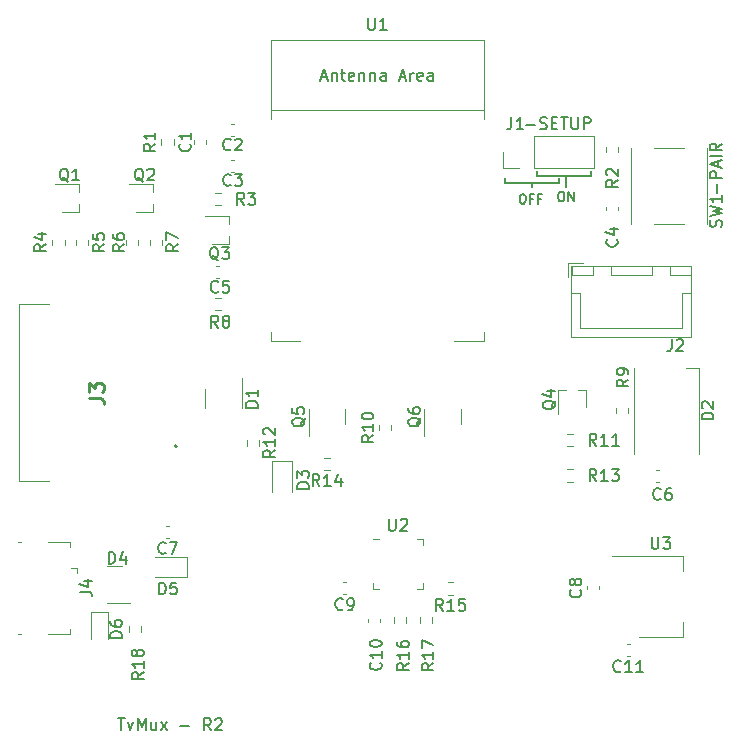
<source format=gbr>
%TF.GenerationSoftware,KiCad,Pcbnew,7.0.2*%
%TF.CreationDate,2023-05-30T18:58:33-07:00*%
%TF.ProjectId,TvMux,54764d75-782e-46b6-9963-61645f706362,rev?*%
%TF.SameCoordinates,Original*%
%TF.FileFunction,Legend,Top*%
%TF.FilePolarity,Positive*%
%FSLAX46Y46*%
G04 Gerber Fmt 4.6, Leading zero omitted, Abs format (unit mm)*
G04 Created by KiCad (PCBNEW 7.0.2) date 2023-05-30 18:58:33*
%MOMM*%
%LPD*%
G01*
G04 APERTURE LIST*
%ADD10C,0.150000*%
%ADD11C,0.254000*%
%ADD12C,0.120000*%
%ADD13C,0.100000*%
%ADD14C,0.200000*%
G04 APERTURE END LIST*
D10*
X156300000Y-66800000D02*
X156300000Y-67200000D01*
X156300000Y-67200000D02*
X160900000Y-67200000D01*
X158600000Y-67200000D02*
X158600000Y-67600000D01*
X163600000Y-66600000D02*
X163600000Y-66200000D01*
X159000000Y-66200000D02*
X159000000Y-66600000D01*
X161500000Y-66600000D02*
X161500000Y-67600000D01*
X160900000Y-67200000D02*
X160900000Y-66800000D01*
X159000000Y-66600000D02*
X163600000Y-66600000D01*
X157738096Y-68170095D02*
X157890477Y-68170095D01*
X157890477Y-68170095D02*
X157966667Y-68208190D01*
X157966667Y-68208190D02*
X158042858Y-68284380D01*
X158042858Y-68284380D02*
X158080953Y-68436761D01*
X158080953Y-68436761D02*
X158080953Y-68703428D01*
X158080953Y-68703428D02*
X158042858Y-68855809D01*
X158042858Y-68855809D02*
X157966667Y-68932000D01*
X157966667Y-68932000D02*
X157890477Y-68970095D01*
X157890477Y-68970095D02*
X157738096Y-68970095D01*
X157738096Y-68970095D02*
X157661905Y-68932000D01*
X157661905Y-68932000D02*
X157585715Y-68855809D01*
X157585715Y-68855809D02*
X157547619Y-68703428D01*
X157547619Y-68703428D02*
X157547619Y-68436761D01*
X157547619Y-68436761D02*
X157585715Y-68284380D01*
X157585715Y-68284380D02*
X157661905Y-68208190D01*
X157661905Y-68208190D02*
X157738096Y-68170095D01*
X158690476Y-68551047D02*
X158423810Y-68551047D01*
X158423810Y-68970095D02*
X158423810Y-68170095D01*
X158423810Y-68170095D02*
X158804762Y-68170095D01*
X159376190Y-68551047D02*
X159109524Y-68551047D01*
X159109524Y-68970095D02*
X159109524Y-68170095D01*
X159109524Y-68170095D02*
X159490476Y-68170095D01*
X161004762Y-67970095D02*
X161157143Y-67970095D01*
X161157143Y-67970095D02*
X161233333Y-68008190D01*
X161233333Y-68008190D02*
X161309524Y-68084380D01*
X161309524Y-68084380D02*
X161347619Y-68236761D01*
X161347619Y-68236761D02*
X161347619Y-68503428D01*
X161347619Y-68503428D02*
X161309524Y-68655809D01*
X161309524Y-68655809D02*
X161233333Y-68732000D01*
X161233333Y-68732000D02*
X161157143Y-68770095D01*
X161157143Y-68770095D02*
X161004762Y-68770095D01*
X161004762Y-68770095D02*
X160928571Y-68732000D01*
X160928571Y-68732000D02*
X160852381Y-68655809D01*
X160852381Y-68655809D02*
X160814285Y-68503428D01*
X160814285Y-68503428D02*
X160814285Y-68236761D01*
X160814285Y-68236761D02*
X160852381Y-68084380D01*
X160852381Y-68084380D02*
X160928571Y-68008190D01*
X160928571Y-68008190D02*
X161004762Y-67970095D01*
X161690476Y-68770095D02*
X161690476Y-67970095D01*
X161690476Y-67970095D02*
X162147619Y-68770095D01*
X162147619Y-68770095D02*
X162147619Y-67970095D01*
X123547619Y-112562619D02*
X124119047Y-112562619D01*
X123833333Y-113562619D02*
X123833333Y-112562619D01*
X124357143Y-112895952D02*
X124595238Y-113562619D01*
X124595238Y-113562619D02*
X124833333Y-112895952D01*
X125214286Y-113562619D02*
X125214286Y-112562619D01*
X125214286Y-112562619D02*
X125547619Y-113276904D01*
X125547619Y-113276904D02*
X125880952Y-112562619D01*
X125880952Y-112562619D02*
X125880952Y-113562619D01*
X126785714Y-112895952D02*
X126785714Y-113562619D01*
X126357143Y-112895952D02*
X126357143Y-113419761D01*
X126357143Y-113419761D02*
X126404762Y-113515000D01*
X126404762Y-113515000D02*
X126500000Y-113562619D01*
X126500000Y-113562619D02*
X126642857Y-113562619D01*
X126642857Y-113562619D02*
X126738095Y-113515000D01*
X126738095Y-113515000D02*
X126785714Y-113467380D01*
X127166667Y-113562619D02*
X127690476Y-112895952D01*
X127166667Y-112895952D02*
X127690476Y-113562619D01*
X128833334Y-113181666D02*
X129595239Y-113181666D01*
X131404762Y-113562619D02*
X131071429Y-113086428D01*
X130833334Y-113562619D02*
X130833334Y-112562619D01*
X130833334Y-112562619D02*
X131214286Y-112562619D01*
X131214286Y-112562619D02*
X131309524Y-112610238D01*
X131309524Y-112610238D02*
X131357143Y-112657857D01*
X131357143Y-112657857D02*
X131404762Y-112753095D01*
X131404762Y-112753095D02*
X131404762Y-112895952D01*
X131404762Y-112895952D02*
X131357143Y-112991190D01*
X131357143Y-112991190D02*
X131309524Y-113038809D01*
X131309524Y-113038809D02*
X131214286Y-113086428D01*
X131214286Y-113086428D02*
X130833334Y-113086428D01*
X131785715Y-112657857D02*
X131833334Y-112610238D01*
X131833334Y-112610238D02*
X131928572Y-112562619D01*
X131928572Y-112562619D02*
X132166667Y-112562619D01*
X132166667Y-112562619D02*
X132261905Y-112610238D01*
X132261905Y-112610238D02*
X132309524Y-112657857D01*
X132309524Y-112657857D02*
X132357143Y-112753095D01*
X132357143Y-112753095D02*
X132357143Y-112848333D01*
X132357143Y-112848333D02*
X132309524Y-112991190D01*
X132309524Y-112991190D02*
X131738096Y-113562619D01*
X131738096Y-113562619D02*
X132357143Y-113562619D01*
X174281666Y-68047618D02*
X174281666Y-67285714D01*
X174662619Y-66809523D02*
X173662619Y-66809523D01*
X173662619Y-66809523D02*
X173662619Y-66428571D01*
X173662619Y-66428571D02*
X173710238Y-66333333D01*
X173710238Y-66333333D02*
X173757857Y-66285714D01*
X173757857Y-66285714D02*
X173853095Y-66238095D01*
X173853095Y-66238095D02*
X173995952Y-66238095D01*
X173995952Y-66238095D02*
X174091190Y-66285714D01*
X174091190Y-66285714D02*
X174138809Y-66333333D01*
X174138809Y-66333333D02*
X174186428Y-66428571D01*
X174186428Y-66428571D02*
X174186428Y-66809523D01*
X174376904Y-65857142D02*
X174376904Y-65380952D01*
X174662619Y-65952380D02*
X173662619Y-65619047D01*
X173662619Y-65619047D02*
X174662619Y-65285714D01*
X174662619Y-64952380D02*
X173662619Y-64952380D01*
X174662619Y-63904762D02*
X174186428Y-64238095D01*
X174662619Y-64476190D02*
X173662619Y-64476190D01*
X173662619Y-64476190D02*
X173662619Y-64095238D01*
X173662619Y-64095238D02*
X173710238Y-64000000D01*
X173710238Y-64000000D02*
X173757857Y-63952381D01*
X173757857Y-63952381D02*
X173853095Y-63904762D01*
X173853095Y-63904762D02*
X173995952Y-63904762D01*
X173995952Y-63904762D02*
X174091190Y-63952381D01*
X174091190Y-63952381D02*
X174138809Y-64000000D01*
X174138809Y-64000000D02*
X174186428Y-64095238D01*
X174186428Y-64095238D02*
X174186428Y-64476190D01*
X158085714Y-62281666D02*
X158847619Y-62281666D01*
X159276190Y-62615000D02*
X159419047Y-62662619D01*
X159419047Y-62662619D02*
X159657142Y-62662619D01*
X159657142Y-62662619D02*
X159752380Y-62615000D01*
X159752380Y-62615000D02*
X159799999Y-62567380D01*
X159799999Y-62567380D02*
X159847618Y-62472142D01*
X159847618Y-62472142D02*
X159847618Y-62376904D01*
X159847618Y-62376904D02*
X159799999Y-62281666D01*
X159799999Y-62281666D02*
X159752380Y-62234047D01*
X159752380Y-62234047D02*
X159657142Y-62186428D01*
X159657142Y-62186428D02*
X159466666Y-62138809D01*
X159466666Y-62138809D02*
X159371428Y-62091190D01*
X159371428Y-62091190D02*
X159323809Y-62043571D01*
X159323809Y-62043571D02*
X159276190Y-61948333D01*
X159276190Y-61948333D02*
X159276190Y-61853095D01*
X159276190Y-61853095D02*
X159323809Y-61757857D01*
X159323809Y-61757857D02*
X159371428Y-61710238D01*
X159371428Y-61710238D02*
X159466666Y-61662619D01*
X159466666Y-61662619D02*
X159704761Y-61662619D01*
X159704761Y-61662619D02*
X159847618Y-61710238D01*
X160276190Y-62138809D02*
X160609523Y-62138809D01*
X160752380Y-62662619D02*
X160276190Y-62662619D01*
X160276190Y-62662619D02*
X160276190Y-61662619D01*
X160276190Y-61662619D02*
X160752380Y-61662619D01*
X161038095Y-61662619D02*
X161609523Y-61662619D01*
X161323809Y-62662619D02*
X161323809Y-61662619D01*
X161942857Y-61662619D02*
X161942857Y-62472142D01*
X161942857Y-62472142D02*
X161990476Y-62567380D01*
X161990476Y-62567380D02*
X162038095Y-62615000D01*
X162038095Y-62615000D02*
X162133333Y-62662619D01*
X162133333Y-62662619D02*
X162323809Y-62662619D01*
X162323809Y-62662619D02*
X162419047Y-62615000D01*
X162419047Y-62615000D02*
X162466666Y-62567380D01*
X162466666Y-62567380D02*
X162514285Y-62472142D01*
X162514285Y-62472142D02*
X162514285Y-61662619D01*
X162990476Y-62662619D02*
X162990476Y-61662619D01*
X162990476Y-61662619D02*
X163371428Y-61662619D01*
X163371428Y-61662619D02*
X163466666Y-61710238D01*
X163466666Y-61710238D02*
X163514285Y-61757857D01*
X163514285Y-61757857D02*
X163561904Y-61853095D01*
X163561904Y-61853095D02*
X163561904Y-61995952D01*
X163561904Y-61995952D02*
X163514285Y-62091190D01*
X163514285Y-62091190D02*
X163466666Y-62138809D01*
X163466666Y-62138809D02*
X163371428Y-62186428D01*
X163371428Y-62186428D02*
X162990476Y-62186428D01*
%TO.C,D4*%
X122761905Y-99462619D02*
X122761905Y-98462619D01*
X122761905Y-98462619D02*
X123000000Y-98462619D01*
X123000000Y-98462619D02*
X123142857Y-98510238D01*
X123142857Y-98510238D02*
X123238095Y-98605476D01*
X123238095Y-98605476D02*
X123285714Y-98700714D01*
X123285714Y-98700714D02*
X123333333Y-98891190D01*
X123333333Y-98891190D02*
X123333333Y-99034047D01*
X123333333Y-99034047D02*
X123285714Y-99224523D01*
X123285714Y-99224523D02*
X123238095Y-99319761D01*
X123238095Y-99319761D02*
X123142857Y-99415000D01*
X123142857Y-99415000D02*
X123000000Y-99462619D01*
X123000000Y-99462619D02*
X122761905Y-99462619D01*
X124190476Y-98795952D02*
X124190476Y-99462619D01*
X123952381Y-98415000D02*
X123714286Y-99129285D01*
X123714286Y-99129285D02*
X124333333Y-99129285D01*
%TO.C,Q5*%
X139407857Y-87095238D02*
X139360238Y-87190476D01*
X139360238Y-87190476D02*
X139265000Y-87285714D01*
X139265000Y-87285714D02*
X139122142Y-87428571D01*
X139122142Y-87428571D02*
X139074523Y-87523809D01*
X139074523Y-87523809D02*
X139074523Y-87619047D01*
X139312619Y-87571428D02*
X139265000Y-87666666D01*
X139265000Y-87666666D02*
X139169761Y-87761904D01*
X139169761Y-87761904D02*
X138979285Y-87809523D01*
X138979285Y-87809523D02*
X138645952Y-87809523D01*
X138645952Y-87809523D02*
X138455476Y-87761904D01*
X138455476Y-87761904D02*
X138360238Y-87666666D01*
X138360238Y-87666666D02*
X138312619Y-87571428D01*
X138312619Y-87571428D02*
X138312619Y-87380952D01*
X138312619Y-87380952D02*
X138360238Y-87285714D01*
X138360238Y-87285714D02*
X138455476Y-87190476D01*
X138455476Y-87190476D02*
X138645952Y-87142857D01*
X138645952Y-87142857D02*
X138979285Y-87142857D01*
X138979285Y-87142857D02*
X139169761Y-87190476D01*
X139169761Y-87190476D02*
X139265000Y-87285714D01*
X139265000Y-87285714D02*
X139312619Y-87380952D01*
X139312619Y-87380952D02*
X139312619Y-87571428D01*
X138312619Y-86238095D02*
X138312619Y-86714285D01*
X138312619Y-86714285D02*
X138788809Y-86761904D01*
X138788809Y-86761904D02*
X138741190Y-86714285D01*
X138741190Y-86714285D02*
X138693571Y-86619047D01*
X138693571Y-86619047D02*
X138693571Y-86380952D01*
X138693571Y-86380952D02*
X138741190Y-86285714D01*
X138741190Y-86285714D02*
X138788809Y-86238095D01*
X138788809Y-86238095D02*
X138884047Y-86190476D01*
X138884047Y-86190476D02*
X139122142Y-86190476D01*
X139122142Y-86190476D02*
X139217380Y-86238095D01*
X139217380Y-86238095D02*
X139265000Y-86285714D01*
X139265000Y-86285714D02*
X139312619Y-86380952D01*
X139312619Y-86380952D02*
X139312619Y-86619047D01*
X139312619Y-86619047D02*
X139265000Y-86714285D01*
X139265000Y-86714285D02*
X139217380Y-86761904D01*
%TO.C,R10*%
X145182619Y-88580357D02*
X144706428Y-88913690D01*
X145182619Y-89151785D02*
X144182619Y-89151785D01*
X144182619Y-89151785D02*
X144182619Y-88770833D01*
X144182619Y-88770833D02*
X144230238Y-88675595D01*
X144230238Y-88675595D02*
X144277857Y-88627976D01*
X144277857Y-88627976D02*
X144373095Y-88580357D01*
X144373095Y-88580357D02*
X144515952Y-88580357D01*
X144515952Y-88580357D02*
X144611190Y-88627976D01*
X144611190Y-88627976D02*
X144658809Y-88675595D01*
X144658809Y-88675595D02*
X144706428Y-88770833D01*
X144706428Y-88770833D02*
X144706428Y-89151785D01*
X145182619Y-87627976D02*
X145182619Y-88199404D01*
X145182619Y-87913690D02*
X144182619Y-87913690D01*
X144182619Y-87913690D02*
X144325476Y-88008928D01*
X144325476Y-88008928D02*
X144420714Y-88104166D01*
X144420714Y-88104166D02*
X144468333Y-88199404D01*
X144182619Y-87008928D02*
X144182619Y-86913690D01*
X144182619Y-86913690D02*
X144230238Y-86818452D01*
X144230238Y-86818452D02*
X144277857Y-86770833D01*
X144277857Y-86770833D02*
X144373095Y-86723214D01*
X144373095Y-86723214D02*
X144563571Y-86675595D01*
X144563571Y-86675595D02*
X144801666Y-86675595D01*
X144801666Y-86675595D02*
X144992142Y-86723214D01*
X144992142Y-86723214D02*
X145087380Y-86770833D01*
X145087380Y-86770833D02*
X145135000Y-86818452D01*
X145135000Y-86818452D02*
X145182619Y-86913690D01*
X145182619Y-86913690D02*
X145182619Y-87008928D01*
X145182619Y-87008928D02*
X145135000Y-87104166D01*
X145135000Y-87104166D02*
X145087380Y-87151785D01*
X145087380Y-87151785D02*
X144992142Y-87199404D01*
X144992142Y-87199404D02*
X144801666Y-87247023D01*
X144801666Y-87247023D02*
X144563571Y-87247023D01*
X144563571Y-87247023D02*
X144373095Y-87199404D01*
X144373095Y-87199404D02*
X144277857Y-87151785D01*
X144277857Y-87151785D02*
X144230238Y-87104166D01*
X144230238Y-87104166D02*
X144182619Y-87008928D01*
%TO.C,U1*%
X144738095Y-53262619D02*
X144738095Y-54072142D01*
X144738095Y-54072142D02*
X144785714Y-54167380D01*
X144785714Y-54167380D02*
X144833333Y-54215000D01*
X144833333Y-54215000D02*
X144928571Y-54262619D01*
X144928571Y-54262619D02*
X145119047Y-54262619D01*
X145119047Y-54262619D02*
X145214285Y-54215000D01*
X145214285Y-54215000D02*
X145261904Y-54167380D01*
X145261904Y-54167380D02*
X145309523Y-54072142D01*
X145309523Y-54072142D02*
X145309523Y-53262619D01*
X146309523Y-54262619D02*
X145738095Y-54262619D01*
X146023809Y-54262619D02*
X146023809Y-53262619D01*
X146023809Y-53262619D02*
X145928571Y-53405476D01*
X145928571Y-53405476D02*
X145833333Y-53500714D01*
X145833333Y-53500714D02*
X145738095Y-53548333D01*
X140738094Y-58276904D02*
X141214284Y-58276904D01*
X140642856Y-58562619D02*
X140976189Y-57562619D01*
X140976189Y-57562619D02*
X141309522Y-58562619D01*
X141642856Y-57895952D02*
X141642856Y-58562619D01*
X141642856Y-57991190D02*
X141690475Y-57943571D01*
X141690475Y-57943571D02*
X141785713Y-57895952D01*
X141785713Y-57895952D02*
X141928570Y-57895952D01*
X141928570Y-57895952D02*
X142023808Y-57943571D01*
X142023808Y-57943571D02*
X142071427Y-58038809D01*
X142071427Y-58038809D02*
X142071427Y-58562619D01*
X142404761Y-57895952D02*
X142785713Y-57895952D01*
X142547618Y-57562619D02*
X142547618Y-58419761D01*
X142547618Y-58419761D02*
X142595237Y-58515000D01*
X142595237Y-58515000D02*
X142690475Y-58562619D01*
X142690475Y-58562619D02*
X142785713Y-58562619D01*
X143499999Y-58515000D02*
X143404761Y-58562619D01*
X143404761Y-58562619D02*
X143214285Y-58562619D01*
X143214285Y-58562619D02*
X143119047Y-58515000D01*
X143119047Y-58515000D02*
X143071428Y-58419761D01*
X143071428Y-58419761D02*
X143071428Y-58038809D01*
X143071428Y-58038809D02*
X143119047Y-57943571D01*
X143119047Y-57943571D02*
X143214285Y-57895952D01*
X143214285Y-57895952D02*
X143404761Y-57895952D01*
X143404761Y-57895952D02*
X143499999Y-57943571D01*
X143499999Y-57943571D02*
X143547618Y-58038809D01*
X143547618Y-58038809D02*
X143547618Y-58134047D01*
X143547618Y-58134047D02*
X143071428Y-58229285D01*
X143976190Y-57895952D02*
X143976190Y-58562619D01*
X143976190Y-57991190D02*
X144023809Y-57943571D01*
X144023809Y-57943571D02*
X144119047Y-57895952D01*
X144119047Y-57895952D02*
X144261904Y-57895952D01*
X144261904Y-57895952D02*
X144357142Y-57943571D01*
X144357142Y-57943571D02*
X144404761Y-58038809D01*
X144404761Y-58038809D02*
X144404761Y-58562619D01*
X144880952Y-57895952D02*
X144880952Y-58562619D01*
X144880952Y-57991190D02*
X144928571Y-57943571D01*
X144928571Y-57943571D02*
X145023809Y-57895952D01*
X145023809Y-57895952D02*
X145166666Y-57895952D01*
X145166666Y-57895952D02*
X145261904Y-57943571D01*
X145261904Y-57943571D02*
X145309523Y-58038809D01*
X145309523Y-58038809D02*
X145309523Y-58562619D01*
X146214285Y-58562619D02*
X146214285Y-58038809D01*
X146214285Y-58038809D02*
X146166666Y-57943571D01*
X146166666Y-57943571D02*
X146071428Y-57895952D01*
X146071428Y-57895952D02*
X145880952Y-57895952D01*
X145880952Y-57895952D02*
X145785714Y-57943571D01*
X146214285Y-58515000D02*
X146119047Y-58562619D01*
X146119047Y-58562619D02*
X145880952Y-58562619D01*
X145880952Y-58562619D02*
X145785714Y-58515000D01*
X145785714Y-58515000D02*
X145738095Y-58419761D01*
X145738095Y-58419761D02*
X145738095Y-58324523D01*
X145738095Y-58324523D02*
X145785714Y-58229285D01*
X145785714Y-58229285D02*
X145880952Y-58181666D01*
X145880952Y-58181666D02*
X146119047Y-58181666D01*
X146119047Y-58181666D02*
X146214285Y-58134047D01*
X147404762Y-58276904D02*
X147880952Y-58276904D01*
X147309524Y-58562619D02*
X147642857Y-57562619D01*
X147642857Y-57562619D02*
X147976190Y-58562619D01*
X148309524Y-58562619D02*
X148309524Y-57895952D01*
X148309524Y-58086428D02*
X148357143Y-57991190D01*
X148357143Y-57991190D02*
X148404762Y-57943571D01*
X148404762Y-57943571D02*
X148500000Y-57895952D01*
X148500000Y-57895952D02*
X148595238Y-57895952D01*
X149309524Y-58515000D02*
X149214286Y-58562619D01*
X149214286Y-58562619D02*
X149023810Y-58562619D01*
X149023810Y-58562619D02*
X148928572Y-58515000D01*
X148928572Y-58515000D02*
X148880953Y-58419761D01*
X148880953Y-58419761D02*
X148880953Y-58038809D01*
X148880953Y-58038809D02*
X148928572Y-57943571D01*
X148928572Y-57943571D02*
X149023810Y-57895952D01*
X149023810Y-57895952D02*
X149214286Y-57895952D01*
X149214286Y-57895952D02*
X149309524Y-57943571D01*
X149309524Y-57943571D02*
X149357143Y-58038809D01*
X149357143Y-58038809D02*
X149357143Y-58134047D01*
X149357143Y-58134047D02*
X148880953Y-58229285D01*
X150214286Y-58562619D02*
X150214286Y-58038809D01*
X150214286Y-58038809D02*
X150166667Y-57943571D01*
X150166667Y-57943571D02*
X150071429Y-57895952D01*
X150071429Y-57895952D02*
X149880953Y-57895952D01*
X149880953Y-57895952D02*
X149785715Y-57943571D01*
X150214286Y-58515000D02*
X150119048Y-58562619D01*
X150119048Y-58562619D02*
X149880953Y-58562619D01*
X149880953Y-58562619D02*
X149785715Y-58515000D01*
X149785715Y-58515000D02*
X149738096Y-58419761D01*
X149738096Y-58419761D02*
X149738096Y-58324523D01*
X149738096Y-58324523D02*
X149785715Y-58229285D01*
X149785715Y-58229285D02*
X149880953Y-58181666D01*
X149880953Y-58181666D02*
X150119048Y-58181666D01*
X150119048Y-58181666D02*
X150214286Y-58134047D01*
%TO.C,R1*%
X126712619Y-63916666D02*
X126236428Y-64249999D01*
X126712619Y-64488094D02*
X125712619Y-64488094D01*
X125712619Y-64488094D02*
X125712619Y-64107142D01*
X125712619Y-64107142D02*
X125760238Y-64011904D01*
X125760238Y-64011904D02*
X125807857Y-63964285D01*
X125807857Y-63964285D02*
X125903095Y-63916666D01*
X125903095Y-63916666D02*
X126045952Y-63916666D01*
X126045952Y-63916666D02*
X126141190Y-63964285D01*
X126141190Y-63964285D02*
X126188809Y-64011904D01*
X126188809Y-64011904D02*
X126236428Y-64107142D01*
X126236428Y-64107142D02*
X126236428Y-64488094D01*
X126712619Y-62964285D02*
X126712619Y-63535713D01*
X126712619Y-63249999D02*
X125712619Y-63249999D01*
X125712619Y-63249999D02*
X125855476Y-63345237D01*
X125855476Y-63345237D02*
X125950714Y-63440475D01*
X125950714Y-63440475D02*
X125998333Y-63535713D01*
%TO.C,C2*%
X133083333Y-64367380D02*
X133035714Y-64415000D01*
X133035714Y-64415000D02*
X132892857Y-64462619D01*
X132892857Y-64462619D02*
X132797619Y-64462619D01*
X132797619Y-64462619D02*
X132654762Y-64415000D01*
X132654762Y-64415000D02*
X132559524Y-64319761D01*
X132559524Y-64319761D02*
X132511905Y-64224523D01*
X132511905Y-64224523D02*
X132464286Y-64034047D01*
X132464286Y-64034047D02*
X132464286Y-63891190D01*
X132464286Y-63891190D02*
X132511905Y-63700714D01*
X132511905Y-63700714D02*
X132559524Y-63605476D01*
X132559524Y-63605476D02*
X132654762Y-63510238D01*
X132654762Y-63510238D02*
X132797619Y-63462619D01*
X132797619Y-63462619D02*
X132892857Y-63462619D01*
X132892857Y-63462619D02*
X133035714Y-63510238D01*
X133035714Y-63510238D02*
X133083333Y-63557857D01*
X133464286Y-63557857D02*
X133511905Y-63510238D01*
X133511905Y-63510238D02*
X133607143Y-63462619D01*
X133607143Y-63462619D02*
X133845238Y-63462619D01*
X133845238Y-63462619D02*
X133940476Y-63510238D01*
X133940476Y-63510238D02*
X133988095Y-63557857D01*
X133988095Y-63557857D02*
X134035714Y-63653095D01*
X134035714Y-63653095D02*
X134035714Y-63748333D01*
X134035714Y-63748333D02*
X133988095Y-63891190D01*
X133988095Y-63891190D02*
X133416667Y-64462619D01*
X133416667Y-64462619D02*
X134035714Y-64462619D01*
%TO.C,D1*%
X135362619Y-86238094D02*
X134362619Y-86238094D01*
X134362619Y-86238094D02*
X134362619Y-85999999D01*
X134362619Y-85999999D02*
X134410238Y-85857142D01*
X134410238Y-85857142D02*
X134505476Y-85761904D01*
X134505476Y-85761904D02*
X134600714Y-85714285D01*
X134600714Y-85714285D02*
X134791190Y-85666666D01*
X134791190Y-85666666D02*
X134934047Y-85666666D01*
X134934047Y-85666666D02*
X135124523Y-85714285D01*
X135124523Y-85714285D02*
X135219761Y-85761904D01*
X135219761Y-85761904D02*
X135315000Y-85857142D01*
X135315000Y-85857142D02*
X135362619Y-85999999D01*
X135362619Y-85999999D02*
X135362619Y-86238094D01*
X135362619Y-84714285D02*
X135362619Y-85285713D01*
X135362619Y-84999999D02*
X134362619Y-84999999D01*
X134362619Y-84999999D02*
X134505476Y-85095237D01*
X134505476Y-85095237D02*
X134600714Y-85190475D01*
X134600714Y-85190475D02*
X134648333Y-85285713D01*
D11*
%TO.C,J3*%
X121079526Y-85423332D02*
X121986669Y-85423332D01*
X121986669Y-85423332D02*
X122168097Y-85483809D01*
X122168097Y-85483809D02*
X122289050Y-85604761D01*
X122289050Y-85604761D02*
X122349526Y-85786190D01*
X122349526Y-85786190D02*
X122349526Y-85907142D01*
X121079526Y-84939523D02*
X121079526Y-84153332D01*
X121079526Y-84153332D02*
X121563335Y-84576666D01*
X121563335Y-84576666D02*
X121563335Y-84395237D01*
X121563335Y-84395237D02*
X121623811Y-84274285D01*
X121623811Y-84274285D02*
X121684288Y-84213809D01*
X121684288Y-84213809D02*
X121805240Y-84153332D01*
X121805240Y-84153332D02*
X122107621Y-84153332D01*
X122107621Y-84153332D02*
X122228573Y-84213809D01*
X122228573Y-84213809D02*
X122289050Y-84274285D01*
X122289050Y-84274285D02*
X122349526Y-84395237D01*
X122349526Y-84395237D02*
X122349526Y-84758094D01*
X122349526Y-84758094D02*
X122289050Y-84879047D01*
X122289050Y-84879047D02*
X122228573Y-84939523D01*
D10*
%TO.C,C3*%
X133083333Y-67367380D02*
X133035714Y-67415000D01*
X133035714Y-67415000D02*
X132892857Y-67462619D01*
X132892857Y-67462619D02*
X132797619Y-67462619D01*
X132797619Y-67462619D02*
X132654762Y-67415000D01*
X132654762Y-67415000D02*
X132559524Y-67319761D01*
X132559524Y-67319761D02*
X132511905Y-67224523D01*
X132511905Y-67224523D02*
X132464286Y-67034047D01*
X132464286Y-67034047D02*
X132464286Y-66891190D01*
X132464286Y-66891190D02*
X132511905Y-66700714D01*
X132511905Y-66700714D02*
X132559524Y-66605476D01*
X132559524Y-66605476D02*
X132654762Y-66510238D01*
X132654762Y-66510238D02*
X132797619Y-66462619D01*
X132797619Y-66462619D02*
X132892857Y-66462619D01*
X132892857Y-66462619D02*
X133035714Y-66510238D01*
X133035714Y-66510238D02*
X133083333Y-66557857D01*
X133416667Y-66462619D02*
X134035714Y-66462619D01*
X134035714Y-66462619D02*
X133702381Y-66843571D01*
X133702381Y-66843571D02*
X133845238Y-66843571D01*
X133845238Y-66843571D02*
X133940476Y-66891190D01*
X133940476Y-66891190D02*
X133988095Y-66938809D01*
X133988095Y-66938809D02*
X134035714Y-67034047D01*
X134035714Y-67034047D02*
X134035714Y-67272142D01*
X134035714Y-67272142D02*
X133988095Y-67367380D01*
X133988095Y-67367380D02*
X133940476Y-67415000D01*
X133940476Y-67415000D02*
X133845238Y-67462619D01*
X133845238Y-67462619D02*
X133559524Y-67462619D01*
X133559524Y-67462619D02*
X133464286Y-67415000D01*
X133464286Y-67415000D02*
X133416667Y-67367380D01*
%TO.C,D2*%
X173962619Y-87238094D02*
X172962619Y-87238094D01*
X172962619Y-87238094D02*
X172962619Y-86999999D01*
X172962619Y-86999999D02*
X173010238Y-86857142D01*
X173010238Y-86857142D02*
X173105476Y-86761904D01*
X173105476Y-86761904D02*
X173200714Y-86714285D01*
X173200714Y-86714285D02*
X173391190Y-86666666D01*
X173391190Y-86666666D02*
X173534047Y-86666666D01*
X173534047Y-86666666D02*
X173724523Y-86714285D01*
X173724523Y-86714285D02*
X173819761Y-86761904D01*
X173819761Y-86761904D02*
X173915000Y-86857142D01*
X173915000Y-86857142D02*
X173962619Y-86999999D01*
X173962619Y-86999999D02*
X173962619Y-87238094D01*
X173057857Y-86285713D02*
X173010238Y-86238094D01*
X173010238Y-86238094D02*
X172962619Y-86142856D01*
X172962619Y-86142856D02*
X172962619Y-85904761D01*
X172962619Y-85904761D02*
X173010238Y-85809523D01*
X173010238Y-85809523D02*
X173057857Y-85761904D01*
X173057857Y-85761904D02*
X173153095Y-85714285D01*
X173153095Y-85714285D02*
X173248333Y-85714285D01*
X173248333Y-85714285D02*
X173391190Y-85761904D01*
X173391190Y-85761904D02*
X173962619Y-86333332D01*
X173962619Y-86333332D02*
X173962619Y-85714285D01*
%TO.C,C1*%
X129617380Y-63916666D02*
X129665000Y-63964285D01*
X129665000Y-63964285D02*
X129712619Y-64107142D01*
X129712619Y-64107142D02*
X129712619Y-64202380D01*
X129712619Y-64202380D02*
X129665000Y-64345237D01*
X129665000Y-64345237D02*
X129569761Y-64440475D01*
X129569761Y-64440475D02*
X129474523Y-64488094D01*
X129474523Y-64488094D02*
X129284047Y-64535713D01*
X129284047Y-64535713D02*
X129141190Y-64535713D01*
X129141190Y-64535713D02*
X128950714Y-64488094D01*
X128950714Y-64488094D02*
X128855476Y-64440475D01*
X128855476Y-64440475D02*
X128760238Y-64345237D01*
X128760238Y-64345237D02*
X128712619Y-64202380D01*
X128712619Y-64202380D02*
X128712619Y-64107142D01*
X128712619Y-64107142D02*
X128760238Y-63964285D01*
X128760238Y-63964285D02*
X128807857Y-63916666D01*
X129712619Y-62964285D02*
X129712619Y-63535713D01*
X129712619Y-63249999D02*
X128712619Y-63249999D01*
X128712619Y-63249999D02*
X128855476Y-63345237D01*
X128855476Y-63345237D02*
X128950714Y-63440475D01*
X128950714Y-63440475D02*
X128998333Y-63535713D01*
%TO.C,C8*%
X162687380Y-101666666D02*
X162735000Y-101714285D01*
X162735000Y-101714285D02*
X162782619Y-101857142D01*
X162782619Y-101857142D02*
X162782619Y-101952380D01*
X162782619Y-101952380D02*
X162735000Y-102095237D01*
X162735000Y-102095237D02*
X162639761Y-102190475D01*
X162639761Y-102190475D02*
X162544523Y-102238094D01*
X162544523Y-102238094D02*
X162354047Y-102285713D01*
X162354047Y-102285713D02*
X162211190Y-102285713D01*
X162211190Y-102285713D02*
X162020714Y-102238094D01*
X162020714Y-102238094D02*
X161925476Y-102190475D01*
X161925476Y-102190475D02*
X161830238Y-102095237D01*
X161830238Y-102095237D02*
X161782619Y-101952380D01*
X161782619Y-101952380D02*
X161782619Y-101857142D01*
X161782619Y-101857142D02*
X161830238Y-101714285D01*
X161830238Y-101714285D02*
X161877857Y-101666666D01*
X162211190Y-101095237D02*
X162163571Y-101190475D01*
X162163571Y-101190475D02*
X162115952Y-101238094D01*
X162115952Y-101238094D02*
X162020714Y-101285713D01*
X162020714Y-101285713D02*
X161973095Y-101285713D01*
X161973095Y-101285713D02*
X161877857Y-101238094D01*
X161877857Y-101238094D02*
X161830238Y-101190475D01*
X161830238Y-101190475D02*
X161782619Y-101095237D01*
X161782619Y-101095237D02*
X161782619Y-100904761D01*
X161782619Y-100904761D02*
X161830238Y-100809523D01*
X161830238Y-100809523D02*
X161877857Y-100761904D01*
X161877857Y-100761904D02*
X161973095Y-100714285D01*
X161973095Y-100714285D02*
X162020714Y-100714285D01*
X162020714Y-100714285D02*
X162115952Y-100761904D01*
X162115952Y-100761904D02*
X162163571Y-100809523D01*
X162163571Y-100809523D02*
X162211190Y-100904761D01*
X162211190Y-100904761D02*
X162211190Y-101095237D01*
X162211190Y-101095237D02*
X162258809Y-101190475D01*
X162258809Y-101190475D02*
X162306428Y-101238094D01*
X162306428Y-101238094D02*
X162401666Y-101285713D01*
X162401666Y-101285713D02*
X162592142Y-101285713D01*
X162592142Y-101285713D02*
X162687380Y-101238094D01*
X162687380Y-101238094D02*
X162735000Y-101190475D01*
X162735000Y-101190475D02*
X162782619Y-101095237D01*
X162782619Y-101095237D02*
X162782619Y-100904761D01*
X162782619Y-100904761D02*
X162735000Y-100809523D01*
X162735000Y-100809523D02*
X162687380Y-100761904D01*
X162687380Y-100761904D02*
X162592142Y-100714285D01*
X162592142Y-100714285D02*
X162401666Y-100714285D01*
X162401666Y-100714285D02*
X162306428Y-100761904D01*
X162306428Y-100761904D02*
X162258809Y-100809523D01*
X162258809Y-100809523D02*
X162211190Y-100904761D01*
%TO.C,R7*%
X128642619Y-72416666D02*
X128166428Y-72749999D01*
X128642619Y-72988094D02*
X127642619Y-72988094D01*
X127642619Y-72988094D02*
X127642619Y-72607142D01*
X127642619Y-72607142D02*
X127690238Y-72511904D01*
X127690238Y-72511904D02*
X127737857Y-72464285D01*
X127737857Y-72464285D02*
X127833095Y-72416666D01*
X127833095Y-72416666D02*
X127975952Y-72416666D01*
X127975952Y-72416666D02*
X128071190Y-72464285D01*
X128071190Y-72464285D02*
X128118809Y-72511904D01*
X128118809Y-72511904D02*
X128166428Y-72607142D01*
X128166428Y-72607142D02*
X128166428Y-72988094D01*
X127642619Y-72083332D02*
X127642619Y-71416666D01*
X127642619Y-71416666D02*
X128642619Y-71845237D01*
%TO.C,C6*%
X169483333Y-93967380D02*
X169435714Y-94015000D01*
X169435714Y-94015000D02*
X169292857Y-94062619D01*
X169292857Y-94062619D02*
X169197619Y-94062619D01*
X169197619Y-94062619D02*
X169054762Y-94015000D01*
X169054762Y-94015000D02*
X168959524Y-93919761D01*
X168959524Y-93919761D02*
X168911905Y-93824523D01*
X168911905Y-93824523D02*
X168864286Y-93634047D01*
X168864286Y-93634047D02*
X168864286Y-93491190D01*
X168864286Y-93491190D02*
X168911905Y-93300714D01*
X168911905Y-93300714D02*
X168959524Y-93205476D01*
X168959524Y-93205476D02*
X169054762Y-93110238D01*
X169054762Y-93110238D02*
X169197619Y-93062619D01*
X169197619Y-93062619D02*
X169292857Y-93062619D01*
X169292857Y-93062619D02*
X169435714Y-93110238D01*
X169435714Y-93110238D02*
X169483333Y-93157857D01*
X170340476Y-93062619D02*
X170150000Y-93062619D01*
X170150000Y-93062619D02*
X170054762Y-93110238D01*
X170054762Y-93110238D02*
X170007143Y-93157857D01*
X170007143Y-93157857D02*
X169911905Y-93300714D01*
X169911905Y-93300714D02*
X169864286Y-93491190D01*
X169864286Y-93491190D02*
X169864286Y-93872142D01*
X169864286Y-93872142D02*
X169911905Y-93967380D01*
X169911905Y-93967380D02*
X169959524Y-94015000D01*
X169959524Y-94015000D02*
X170054762Y-94062619D01*
X170054762Y-94062619D02*
X170245238Y-94062619D01*
X170245238Y-94062619D02*
X170340476Y-94015000D01*
X170340476Y-94015000D02*
X170388095Y-93967380D01*
X170388095Y-93967380D02*
X170435714Y-93872142D01*
X170435714Y-93872142D02*
X170435714Y-93634047D01*
X170435714Y-93634047D02*
X170388095Y-93538809D01*
X170388095Y-93538809D02*
X170340476Y-93491190D01*
X170340476Y-93491190D02*
X170245238Y-93443571D01*
X170245238Y-93443571D02*
X170054762Y-93443571D01*
X170054762Y-93443571D02*
X169959524Y-93491190D01*
X169959524Y-93491190D02*
X169911905Y-93538809D01*
X169911905Y-93538809D02*
X169864286Y-93634047D01*
%TO.C,R2*%
X165862619Y-66966666D02*
X165386428Y-67299999D01*
X165862619Y-67538094D02*
X164862619Y-67538094D01*
X164862619Y-67538094D02*
X164862619Y-67157142D01*
X164862619Y-67157142D02*
X164910238Y-67061904D01*
X164910238Y-67061904D02*
X164957857Y-67014285D01*
X164957857Y-67014285D02*
X165053095Y-66966666D01*
X165053095Y-66966666D02*
X165195952Y-66966666D01*
X165195952Y-66966666D02*
X165291190Y-67014285D01*
X165291190Y-67014285D02*
X165338809Y-67061904D01*
X165338809Y-67061904D02*
X165386428Y-67157142D01*
X165386428Y-67157142D02*
X165386428Y-67538094D01*
X164957857Y-66585713D02*
X164910238Y-66538094D01*
X164910238Y-66538094D02*
X164862619Y-66442856D01*
X164862619Y-66442856D02*
X164862619Y-66204761D01*
X164862619Y-66204761D02*
X164910238Y-66109523D01*
X164910238Y-66109523D02*
X164957857Y-66061904D01*
X164957857Y-66061904D02*
X165053095Y-66014285D01*
X165053095Y-66014285D02*
X165148333Y-66014285D01*
X165148333Y-66014285D02*
X165291190Y-66061904D01*
X165291190Y-66061904D02*
X165862619Y-66633332D01*
X165862619Y-66633332D02*
X165862619Y-66014285D01*
%TO.C,R3*%
X134233333Y-69062619D02*
X133900000Y-68586428D01*
X133661905Y-69062619D02*
X133661905Y-68062619D01*
X133661905Y-68062619D02*
X134042857Y-68062619D01*
X134042857Y-68062619D02*
X134138095Y-68110238D01*
X134138095Y-68110238D02*
X134185714Y-68157857D01*
X134185714Y-68157857D02*
X134233333Y-68253095D01*
X134233333Y-68253095D02*
X134233333Y-68395952D01*
X134233333Y-68395952D02*
X134185714Y-68491190D01*
X134185714Y-68491190D02*
X134138095Y-68538809D01*
X134138095Y-68538809D02*
X134042857Y-68586428D01*
X134042857Y-68586428D02*
X133661905Y-68586428D01*
X134566667Y-68062619D02*
X135185714Y-68062619D01*
X135185714Y-68062619D02*
X134852381Y-68443571D01*
X134852381Y-68443571D02*
X134995238Y-68443571D01*
X134995238Y-68443571D02*
X135090476Y-68491190D01*
X135090476Y-68491190D02*
X135138095Y-68538809D01*
X135138095Y-68538809D02*
X135185714Y-68634047D01*
X135185714Y-68634047D02*
X135185714Y-68872142D01*
X135185714Y-68872142D02*
X135138095Y-68967380D01*
X135138095Y-68967380D02*
X135090476Y-69015000D01*
X135090476Y-69015000D02*
X134995238Y-69062619D01*
X134995238Y-69062619D02*
X134709524Y-69062619D01*
X134709524Y-69062619D02*
X134614286Y-69015000D01*
X134614286Y-69015000D02*
X134566667Y-68967380D01*
%TO.C,C4*%
X165767380Y-71991666D02*
X165815000Y-72039285D01*
X165815000Y-72039285D02*
X165862619Y-72182142D01*
X165862619Y-72182142D02*
X165862619Y-72277380D01*
X165862619Y-72277380D02*
X165815000Y-72420237D01*
X165815000Y-72420237D02*
X165719761Y-72515475D01*
X165719761Y-72515475D02*
X165624523Y-72563094D01*
X165624523Y-72563094D02*
X165434047Y-72610713D01*
X165434047Y-72610713D02*
X165291190Y-72610713D01*
X165291190Y-72610713D02*
X165100714Y-72563094D01*
X165100714Y-72563094D02*
X165005476Y-72515475D01*
X165005476Y-72515475D02*
X164910238Y-72420237D01*
X164910238Y-72420237D02*
X164862619Y-72277380D01*
X164862619Y-72277380D02*
X164862619Y-72182142D01*
X164862619Y-72182142D02*
X164910238Y-72039285D01*
X164910238Y-72039285D02*
X164957857Y-71991666D01*
X165195952Y-71134523D02*
X165862619Y-71134523D01*
X164815000Y-71372618D02*
X165529285Y-71610713D01*
X165529285Y-71610713D02*
X165529285Y-70991666D01*
%TO.C,Q2*%
X125704761Y-67107857D02*
X125609523Y-67060238D01*
X125609523Y-67060238D02*
X125514285Y-66965000D01*
X125514285Y-66965000D02*
X125371428Y-66822142D01*
X125371428Y-66822142D02*
X125276190Y-66774523D01*
X125276190Y-66774523D02*
X125180952Y-66774523D01*
X125228571Y-67012619D02*
X125133333Y-66965000D01*
X125133333Y-66965000D02*
X125038095Y-66869761D01*
X125038095Y-66869761D02*
X124990476Y-66679285D01*
X124990476Y-66679285D02*
X124990476Y-66345952D01*
X124990476Y-66345952D02*
X125038095Y-66155476D01*
X125038095Y-66155476D02*
X125133333Y-66060238D01*
X125133333Y-66060238D02*
X125228571Y-66012619D01*
X125228571Y-66012619D02*
X125419047Y-66012619D01*
X125419047Y-66012619D02*
X125514285Y-66060238D01*
X125514285Y-66060238D02*
X125609523Y-66155476D01*
X125609523Y-66155476D02*
X125657142Y-66345952D01*
X125657142Y-66345952D02*
X125657142Y-66679285D01*
X125657142Y-66679285D02*
X125609523Y-66869761D01*
X125609523Y-66869761D02*
X125514285Y-66965000D01*
X125514285Y-66965000D02*
X125419047Y-67012619D01*
X125419047Y-67012619D02*
X125228571Y-67012619D01*
X126038095Y-66107857D02*
X126085714Y-66060238D01*
X126085714Y-66060238D02*
X126180952Y-66012619D01*
X126180952Y-66012619D02*
X126419047Y-66012619D01*
X126419047Y-66012619D02*
X126514285Y-66060238D01*
X126514285Y-66060238D02*
X126561904Y-66107857D01*
X126561904Y-66107857D02*
X126609523Y-66203095D01*
X126609523Y-66203095D02*
X126609523Y-66298333D01*
X126609523Y-66298333D02*
X126561904Y-66441190D01*
X126561904Y-66441190D02*
X125990476Y-67012619D01*
X125990476Y-67012619D02*
X126609523Y-67012619D01*
%TO.C,R18*%
X125712619Y-108642857D02*
X125236428Y-108976190D01*
X125712619Y-109214285D02*
X124712619Y-109214285D01*
X124712619Y-109214285D02*
X124712619Y-108833333D01*
X124712619Y-108833333D02*
X124760238Y-108738095D01*
X124760238Y-108738095D02*
X124807857Y-108690476D01*
X124807857Y-108690476D02*
X124903095Y-108642857D01*
X124903095Y-108642857D02*
X125045952Y-108642857D01*
X125045952Y-108642857D02*
X125141190Y-108690476D01*
X125141190Y-108690476D02*
X125188809Y-108738095D01*
X125188809Y-108738095D02*
X125236428Y-108833333D01*
X125236428Y-108833333D02*
X125236428Y-109214285D01*
X125712619Y-107690476D02*
X125712619Y-108261904D01*
X125712619Y-107976190D02*
X124712619Y-107976190D01*
X124712619Y-107976190D02*
X124855476Y-108071428D01*
X124855476Y-108071428D02*
X124950714Y-108166666D01*
X124950714Y-108166666D02*
X124998333Y-108261904D01*
X125141190Y-107119047D02*
X125093571Y-107214285D01*
X125093571Y-107214285D02*
X125045952Y-107261904D01*
X125045952Y-107261904D02*
X124950714Y-107309523D01*
X124950714Y-107309523D02*
X124903095Y-107309523D01*
X124903095Y-107309523D02*
X124807857Y-107261904D01*
X124807857Y-107261904D02*
X124760238Y-107214285D01*
X124760238Y-107214285D02*
X124712619Y-107119047D01*
X124712619Y-107119047D02*
X124712619Y-106928571D01*
X124712619Y-106928571D02*
X124760238Y-106833333D01*
X124760238Y-106833333D02*
X124807857Y-106785714D01*
X124807857Y-106785714D02*
X124903095Y-106738095D01*
X124903095Y-106738095D02*
X124950714Y-106738095D01*
X124950714Y-106738095D02*
X125045952Y-106785714D01*
X125045952Y-106785714D02*
X125093571Y-106833333D01*
X125093571Y-106833333D02*
X125141190Y-106928571D01*
X125141190Y-106928571D02*
X125141190Y-107119047D01*
X125141190Y-107119047D02*
X125188809Y-107214285D01*
X125188809Y-107214285D02*
X125236428Y-107261904D01*
X125236428Y-107261904D02*
X125331666Y-107309523D01*
X125331666Y-107309523D02*
X125522142Y-107309523D01*
X125522142Y-107309523D02*
X125617380Y-107261904D01*
X125617380Y-107261904D02*
X125665000Y-107214285D01*
X125665000Y-107214285D02*
X125712619Y-107119047D01*
X125712619Y-107119047D02*
X125712619Y-106928571D01*
X125712619Y-106928571D02*
X125665000Y-106833333D01*
X125665000Y-106833333D02*
X125617380Y-106785714D01*
X125617380Y-106785714D02*
X125522142Y-106738095D01*
X125522142Y-106738095D02*
X125331666Y-106738095D01*
X125331666Y-106738095D02*
X125236428Y-106785714D01*
X125236428Y-106785714D02*
X125188809Y-106833333D01*
X125188809Y-106833333D02*
X125141190Y-106928571D01*
%TO.C,R11*%
X164057142Y-89462619D02*
X163723809Y-88986428D01*
X163485714Y-89462619D02*
X163485714Y-88462619D01*
X163485714Y-88462619D02*
X163866666Y-88462619D01*
X163866666Y-88462619D02*
X163961904Y-88510238D01*
X163961904Y-88510238D02*
X164009523Y-88557857D01*
X164009523Y-88557857D02*
X164057142Y-88653095D01*
X164057142Y-88653095D02*
X164057142Y-88795952D01*
X164057142Y-88795952D02*
X164009523Y-88891190D01*
X164009523Y-88891190D02*
X163961904Y-88938809D01*
X163961904Y-88938809D02*
X163866666Y-88986428D01*
X163866666Y-88986428D02*
X163485714Y-88986428D01*
X165009523Y-89462619D02*
X164438095Y-89462619D01*
X164723809Y-89462619D02*
X164723809Y-88462619D01*
X164723809Y-88462619D02*
X164628571Y-88605476D01*
X164628571Y-88605476D02*
X164533333Y-88700714D01*
X164533333Y-88700714D02*
X164438095Y-88748333D01*
X165961904Y-89462619D02*
X165390476Y-89462619D01*
X165676190Y-89462619D02*
X165676190Y-88462619D01*
X165676190Y-88462619D02*
X165580952Y-88605476D01*
X165580952Y-88605476D02*
X165485714Y-88700714D01*
X165485714Y-88700714D02*
X165390476Y-88748333D01*
%TO.C,R13*%
X164057142Y-92462619D02*
X163723809Y-91986428D01*
X163485714Y-92462619D02*
X163485714Y-91462619D01*
X163485714Y-91462619D02*
X163866666Y-91462619D01*
X163866666Y-91462619D02*
X163961904Y-91510238D01*
X163961904Y-91510238D02*
X164009523Y-91557857D01*
X164009523Y-91557857D02*
X164057142Y-91653095D01*
X164057142Y-91653095D02*
X164057142Y-91795952D01*
X164057142Y-91795952D02*
X164009523Y-91891190D01*
X164009523Y-91891190D02*
X163961904Y-91938809D01*
X163961904Y-91938809D02*
X163866666Y-91986428D01*
X163866666Y-91986428D02*
X163485714Y-91986428D01*
X165009523Y-92462619D02*
X164438095Y-92462619D01*
X164723809Y-92462619D02*
X164723809Y-91462619D01*
X164723809Y-91462619D02*
X164628571Y-91605476D01*
X164628571Y-91605476D02*
X164533333Y-91700714D01*
X164533333Y-91700714D02*
X164438095Y-91748333D01*
X165342857Y-91462619D02*
X165961904Y-91462619D01*
X165961904Y-91462619D02*
X165628571Y-91843571D01*
X165628571Y-91843571D02*
X165771428Y-91843571D01*
X165771428Y-91843571D02*
X165866666Y-91891190D01*
X165866666Y-91891190D02*
X165914285Y-91938809D01*
X165914285Y-91938809D02*
X165961904Y-92034047D01*
X165961904Y-92034047D02*
X165961904Y-92272142D01*
X165961904Y-92272142D02*
X165914285Y-92367380D01*
X165914285Y-92367380D02*
X165866666Y-92415000D01*
X165866666Y-92415000D02*
X165771428Y-92462619D01*
X165771428Y-92462619D02*
X165485714Y-92462619D01*
X165485714Y-92462619D02*
X165390476Y-92415000D01*
X165390476Y-92415000D02*
X165342857Y-92367380D01*
%TO.C,D5*%
X127011905Y-102062619D02*
X127011905Y-101062619D01*
X127011905Y-101062619D02*
X127250000Y-101062619D01*
X127250000Y-101062619D02*
X127392857Y-101110238D01*
X127392857Y-101110238D02*
X127488095Y-101205476D01*
X127488095Y-101205476D02*
X127535714Y-101300714D01*
X127535714Y-101300714D02*
X127583333Y-101491190D01*
X127583333Y-101491190D02*
X127583333Y-101634047D01*
X127583333Y-101634047D02*
X127535714Y-101824523D01*
X127535714Y-101824523D02*
X127488095Y-101919761D01*
X127488095Y-101919761D02*
X127392857Y-102015000D01*
X127392857Y-102015000D02*
X127250000Y-102062619D01*
X127250000Y-102062619D02*
X127011905Y-102062619D01*
X128488095Y-101062619D02*
X128011905Y-101062619D01*
X128011905Y-101062619D02*
X127964286Y-101538809D01*
X127964286Y-101538809D02*
X128011905Y-101491190D01*
X128011905Y-101491190D02*
X128107143Y-101443571D01*
X128107143Y-101443571D02*
X128345238Y-101443571D01*
X128345238Y-101443571D02*
X128440476Y-101491190D01*
X128440476Y-101491190D02*
X128488095Y-101538809D01*
X128488095Y-101538809D02*
X128535714Y-101634047D01*
X128535714Y-101634047D02*
X128535714Y-101872142D01*
X128535714Y-101872142D02*
X128488095Y-101967380D01*
X128488095Y-101967380D02*
X128440476Y-102015000D01*
X128440476Y-102015000D02*
X128345238Y-102062619D01*
X128345238Y-102062619D02*
X128107143Y-102062619D01*
X128107143Y-102062619D02*
X128011905Y-102015000D01*
X128011905Y-102015000D02*
X127964286Y-101967380D01*
%TO.C,Q1*%
X119354761Y-67107857D02*
X119259523Y-67060238D01*
X119259523Y-67060238D02*
X119164285Y-66965000D01*
X119164285Y-66965000D02*
X119021428Y-66822142D01*
X119021428Y-66822142D02*
X118926190Y-66774523D01*
X118926190Y-66774523D02*
X118830952Y-66774523D01*
X118878571Y-67012619D02*
X118783333Y-66965000D01*
X118783333Y-66965000D02*
X118688095Y-66869761D01*
X118688095Y-66869761D02*
X118640476Y-66679285D01*
X118640476Y-66679285D02*
X118640476Y-66345952D01*
X118640476Y-66345952D02*
X118688095Y-66155476D01*
X118688095Y-66155476D02*
X118783333Y-66060238D01*
X118783333Y-66060238D02*
X118878571Y-66012619D01*
X118878571Y-66012619D02*
X119069047Y-66012619D01*
X119069047Y-66012619D02*
X119164285Y-66060238D01*
X119164285Y-66060238D02*
X119259523Y-66155476D01*
X119259523Y-66155476D02*
X119307142Y-66345952D01*
X119307142Y-66345952D02*
X119307142Y-66679285D01*
X119307142Y-66679285D02*
X119259523Y-66869761D01*
X119259523Y-66869761D02*
X119164285Y-66965000D01*
X119164285Y-66965000D02*
X119069047Y-67012619D01*
X119069047Y-67012619D02*
X118878571Y-67012619D01*
X120259523Y-67012619D02*
X119688095Y-67012619D01*
X119973809Y-67012619D02*
X119973809Y-66012619D01*
X119973809Y-66012619D02*
X119878571Y-66155476D01*
X119878571Y-66155476D02*
X119783333Y-66250714D01*
X119783333Y-66250714D02*
X119688095Y-66298333D01*
%TO.C,J1*%
X156866666Y-61662619D02*
X156866666Y-62376904D01*
X156866666Y-62376904D02*
X156819047Y-62519761D01*
X156819047Y-62519761D02*
X156723809Y-62615000D01*
X156723809Y-62615000D02*
X156580952Y-62662619D01*
X156580952Y-62662619D02*
X156485714Y-62662619D01*
X157866666Y-62662619D02*
X157295238Y-62662619D01*
X157580952Y-62662619D02*
X157580952Y-61662619D01*
X157580952Y-61662619D02*
X157485714Y-61805476D01*
X157485714Y-61805476D02*
X157390476Y-61900714D01*
X157390476Y-61900714D02*
X157295238Y-61948333D01*
%TO.C,U2*%
X146488095Y-95662619D02*
X146488095Y-96472142D01*
X146488095Y-96472142D02*
X146535714Y-96567380D01*
X146535714Y-96567380D02*
X146583333Y-96615000D01*
X146583333Y-96615000D02*
X146678571Y-96662619D01*
X146678571Y-96662619D02*
X146869047Y-96662619D01*
X146869047Y-96662619D02*
X146964285Y-96615000D01*
X146964285Y-96615000D02*
X147011904Y-96567380D01*
X147011904Y-96567380D02*
X147059523Y-96472142D01*
X147059523Y-96472142D02*
X147059523Y-95662619D01*
X147488095Y-95757857D02*
X147535714Y-95710238D01*
X147535714Y-95710238D02*
X147630952Y-95662619D01*
X147630952Y-95662619D02*
X147869047Y-95662619D01*
X147869047Y-95662619D02*
X147964285Y-95710238D01*
X147964285Y-95710238D02*
X148011904Y-95757857D01*
X148011904Y-95757857D02*
X148059523Y-95853095D01*
X148059523Y-95853095D02*
X148059523Y-95948333D01*
X148059523Y-95948333D02*
X148011904Y-96091190D01*
X148011904Y-96091190D02*
X147440476Y-96662619D01*
X147440476Y-96662619D02*
X148059523Y-96662619D01*
%TO.C,C11*%
X166107142Y-108547380D02*
X166059523Y-108595000D01*
X166059523Y-108595000D02*
X165916666Y-108642619D01*
X165916666Y-108642619D02*
X165821428Y-108642619D01*
X165821428Y-108642619D02*
X165678571Y-108595000D01*
X165678571Y-108595000D02*
X165583333Y-108499761D01*
X165583333Y-108499761D02*
X165535714Y-108404523D01*
X165535714Y-108404523D02*
X165488095Y-108214047D01*
X165488095Y-108214047D02*
X165488095Y-108071190D01*
X165488095Y-108071190D02*
X165535714Y-107880714D01*
X165535714Y-107880714D02*
X165583333Y-107785476D01*
X165583333Y-107785476D02*
X165678571Y-107690238D01*
X165678571Y-107690238D02*
X165821428Y-107642619D01*
X165821428Y-107642619D02*
X165916666Y-107642619D01*
X165916666Y-107642619D02*
X166059523Y-107690238D01*
X166059523Y-107690238D02*
X166107142Y-107737857D01*
X167059523Y-108642619D02*
X166488095Y-108642619D01*
X166773809Y-108642619D02*
X166773809Y-107642619D01*
X166773809Y-107642619D02*
X166678571Y-107785476D01*
X166678571Y-107785476D02*
X166583333Y-107880714D01*
X166583333Y-107880714D02*
X166488095Y-107928333D01*
X168011904Y-108642619D02*
X167440476Y-108642619D01*
X167726190Y-108642619D02*
X167726190Y-107642619D01*
X167726190Y-107642619D02*
X167630952Y-107785476D01*
X167630952Y-107785476D02*
X167535714Y-107880714D01*
X167535714Y-107880714D02*
X167440476Y-107928333D01*
%TO.C,C7*%
X127583333Y-98547380D02*
X127535714Y-98595000D01*
X127535714Y-98595000D02*
X127392857Y-98642619D01*
X127392857Y-98642619D02*
X127297619Y-98642619D01*
X127297619Y-98642619D02*
X127154762Y-98595000D01*
X127154762Y-98595000D02*
X127059524Y-98499761D01*
X127059524Y-98499761D02*
X127011905Y-98404523D01*
X127011905Y-98404523D02*
X126964286Y-98214047D01*
X126964286Y-98214047D02*
X126964286Y-98071190D01*
X126964286Y-98071190D02*
X127011905Y-97880714D01*
X127011905Y-97880714D02*
X127059524Y-97785476D01*
X127059524Y-97785476D02*
X127154762Y-97690238D01*
X127154762Y-97690238D02*
X127297619Y-97642619D01*
X127297619Y-97642619D02*
X127392857Y-97642619D01*
X127392857Y-97642619D02*
X127535714Y-97690238D01*
X127535714Y-97690238D02*
X127583333Y-97737857D01*
X127916667Y-97642619D02*
X128583333Y-97642619D01*
X128583333Y-97642619D02*
X128154762Y-98642619D01*
%TO.C,R5*%
X122392619Y-72416666D02*
X121916428Y-72749999D01*
X122392619Y-72988094D02*
X121392619Y-72988094D01*
X121392619Y-72988094D02*
X121392619Y-72607142D01*
X121392619Y-72607142D02*
X121440238Y-72511904D01*
X121440238Y-72511904D02*
X121487857Y-72464285D01*
X121487857Y-72464285D02*
X121583095Y-72416666D01*
X121583095Y-72416666D02*
X121725952Y-72416666D01*
X121725952Y-72416666D02*
X121821190Y-72464285D01*
X121821190Y-72464285D02*
X121868809Y-72511904D01*
X121868809Y-72511904D02*
X121916428Y-72607142D01*
X121916428Y-72607142D02*
X121916428Y-72988094D01*
X121392619Y-71511904D02*
X121392619Y-71988094D01*
X121392619Y-71988094D02*
X121868809Y-72035713D01*
X121868809Y-72035713D02*
X121821190Y-71988094D01*
X121821190Y-71988094D02*
X121773571Y-71892856D01*
X121773571Y-71892856D02*
X121773571Y-71654761D01*
X121773571Y-71654761D02*
X121821190Y-71559523D01*
X121821190Y-71559523D02*
X121868809Y-71511904D01*
X121868809Y-71511904D02*
X121964047Y-71464285D01*
X121964047Y-71464285D02*
X122202142Y-71464285D01*
X122202142Y-71464285D02*
X122297380Y-71511904D01*
X122297380Y-71511904D02*
X122345000Y-71559523D01*
X122345000Y-71559523D02*
X122392619Y-71654761D01*
X122392619Y-71654761D02*
X122392619Y-71892856D01*
X122392619Y-71892856D02*
X122345000Y-71988094D01*
X122345000Y-71988094D02*
X122297380Y-72035713D01*
%TO.C,C5*%
X132033333Y-76410714D02*
X131985714Y-76458334D01*
X131985714Y-76458334D02*
X131842857Y-76505953D01*
X131842857Y-76505953D02*
X131747619Y-76505953D01*
X131747619Y-76505953D02*
X131604762Y-76458334D01*
X131604762Y-76458334D02*
X131509524Y-76363095D01*
X131509524Y-76363095D02*
X131461905Y-76267857D01*
X131461905Y-76267857D02*
X131414286Y-76077381D01*
X131414286Y-76077381D02*
X131414286Y-75934524D01*
X131414286Y-75934524D02*
X131461905Y-75744048D01*
X131461905Y-75744048D02*
X131509524Y-75648810D01*
X131509524Y-75648810D02*
X131604762Y-75553572D01*
X131604762Y-75553572D02*
X131747619Y-75505953D01*
X131747619Y-75505953D02*
X131842857Y-75505953D01*
X131842857Y-75505953D02*
X131985714Y-75553572D01*
X131985714Y-75553572D02*
X132033333Y-75601191D01*
X132938095Y-75505953D02*
X132461905Y-75505953D01*
X132461905Y-75505953D02*
X132414286Y-75982143D01*
X132414286Y-75982143D02*
X132461905Y-75934524D01*
X132461905Y-75934524D02*
X132557143Y-75886905D01*
X132557143Y-75886905D02*
X132795238Y-75886905D01*
X132795238Y-75886905D02*
X132890476Y-75934524D01*
X132890476Y-75934524D02*
X132938095Y-75982143D01*
X132938095Y-75982143D02*
X132985714Y-76077381D01*
X132985714Y-76077381D02*
X132985714Y-76315476D01*
X132985714Y-76315476D02*
X132938095Y-76410714D01*
X132938095Y-76410714D02*
X132890476Y-76458334D01*
X132890476Y-76458334D02*
X132795238Y-76505953D01*
X132795238Y-76505953D02*
X132557143Y-76505953D01*
X132557143Y-76505953D02*
X132461905Y-76458334D01*
X132461905Y-76458334D02*
X132414286Y-76410714D01*
%TO.C,J2*%
X170416666Y-80462619D02*
X170416666Y-81176904D01*
X170416666Y-81176904D02*
X170369047Y-81319761D01*
X170369047Y-81319761D02*
X170273809Y-81415000D01*
X170273809Y-81415000D02*
X170130952Y-81462619D01*
X170130952Y-81462619D02*
X170035714Y-81462619D01*
X170845238Y-80557857D02*
X170892857Y-80510238D01*
X170892857Y-80510238D02*
X170988095Y-80462619D01*
X170988095Y-80462619D02*
X171226190Y-80462619D01*
X171226190Y-80462619D02*
X171321428Y-80510238D01*
X171321428Y-80510238D02*
X171369047Y-80557857D01*
X171369047Y-80557857D02*
X171416666Y-80653095D01*
X171416666Y-80653095D02*
X171416666Y-80748333D01*
X171416666Y-80748333D02*
X171369047Y-80891190D01*
X171369047Y-80891190D02*
X170797619Y-81462619D01*
X170797619Y-81462619D02*
X171416666Y-81462619D01*
%TO.C,R4*%
X117462619Y-72416666D02*
X116986428Y-72749999D01*
X117462619Y-72988094D02*
X116462619Y-72988094D01*
X116462619Y-72988094D02*
X116462619Y-72607142D01*
X116462619Y-72607142D02*
X116510238Y-72511904D01*
X116510238Y-72511904D02*
X116557857Y-72464285D01*
X116557857Y-72464285D02*
X116653095Y-72416666D01*
X116653095Y-72416666D02*
X116795952Y-72416666D01*
X116795952Y-72416666D02*
X116891190Y-72464285D01*
X116891190Y-72464285D02*
X116938809Y-72511904D01*
X116938809Y-72511904D02*
X116986428Y-72607142D01*
X116986428Y-72607142D02*
X116986428Y-72988094D01*
X116795952Y-71559523D02*
X117462619Y-71559523D01*
X116415000Y-71797618D02*
X117129285Y-72035713D01*
X117129285Y-72035713D02*
X117129285Y-71416666D01*
%TO.C,R14*%
X140607142Y-92892619D02*
X140273809Y-92416428D01*
X140035714Y-92892619D02*
X140035714Y-91892619D01*
X140035714Y-91892619D02*
X140416666Y-91892619D01*
X140416666Y-91892619D02*
X140511904Y-91940238D01*
X140511904Y-91940238D02*
X140559523Y-91987857D01*
X140559523Y-91987857D02*
X140607142Y-92083095D01*
X140607142Y-92083095D02*
X140607142Y-92225952D01*
X140607142Y-92225952D02*
X140559523Y-92321190D01*
X140559523Y-92321190D02*
X140511904Y-92368809D01*
X140511904Y-92368809D02*
X140416666Y-92416428D01*
X140416666Y-92416428D02*
X140035714Y-92416428D01*
X141559523Y-92892619D02*
X140988095Y-92892619D01*
X141273809Y-92892619D02*
X141273809Y-91892619D01*
X141273809Y-91892619D02*
X141178571Y-92035476D01*
X141178571Y-92035476D02*
X141083333Y-92130714D01*
X141083333Y-92130714D02*
X140988095Y-92178333D01*
X142416666Y-92225952D02*
X142416666Y-92892619D01*
X142178571Y-91845000D02*
X141940476Y-92559285D01*
X141940476Y-92559285D02*
X142559523Y-92559285D01*
%TO.C,C10*%
X145767380Y-107842857D02*
X145815000Y-107890476D01*
X145815000Y-107890476D02*
X145862619Y-108033333D01*
X145862619Y-108033333D02*
X145862619Y-108128571D01*
X145862619Y-108128571D02*
X145815000Y-108271428D01*
X145815000Y-108271428D02*
X145719761Y-108366666D01*
X145719761Y-108366666D02*
X145624523Y-108414285D01*
X145624523Y-108414285D02*
X145434047Y-108461904D01*
X145434047Y-108461904D02*
X145291190Y-108461904D01*
X145291190Y-108461904D02*
X145100714Y-108414285D01*
X145100714Y-108414285D02*
X145005476Y-108366666D01*
X145005476Y-108366666D02*
X144910238Y-108271428D01*
X144910238Y-108271428D02*
X144862619Y-108128571D01*
X144862619Y-108128571D02*
X144862619Y-108033333D01*
X144862619Y-108033333D02*
X144910238Y-107890476D01*
X144910238Y-107890476D02*
X144957857Y-107842857D01*
X145862619Y-106890476D02*
X145862619Y-107461904D01*
X145862619Y-107176190D02*
X144862619Y-107176190D01*
X144862619Y-107176190D02*
X145005476Y-107271428D01*
X145005476Y-107271428D02*
X145100714Y-107366666D01*
X145100714Y-107366666D02*
X145148333Y-107461904D01*
X144862619Y-106271428D02*
X144862619Y-106176190D01*
X144862619Y-106176190D02*
X144910238Y-106080952D01*
X144910238Y-106080952D02*
X144957857Y-106033333D01*
X144957857Y-106033333D02*
X145053095Y-105985714D01*
X145053095Y-105985714D02*
X145243571Y-105938095D01*
X145243571Y-105938095D02*
X145481666Y-105938095D01*
X145481666Y-105938095D02*
X145672142Y-105985714D01*
X145672142Y-105985714D02*
X145767380Y-106033333D01*
X145767380Y-106033333D02*
X145815000Y-106080952D01*
X145815000Y-106080952D02*
X145862619Y-106176190D01*
X145862619Y-106176190D02*
X145862619Y-106271428D01*
X145862619Y-106271428D02*
X145815000Y-106366666D01*
X145815000Y-106366666D02*
X145767380Y-106414285D01*
X145767380Y-106414285D02*
X145672142Y-106461904D01*
X145672142Y-106461904D02*
X145481666Y-106509523D01*
X145481666Y-106509523D02*
X145243571Y-106509523D01*
X145243571Y-106509523D02*
X145053095Y-106461904D01*
X145053095Y-106461904D02*
X144957857Y-106414285D01*
X144957857Y-106414285D02*
X144910238Y-106366666D01*
X144910238Y-106366666D02*
X144862619Y-106271428D01*
%TO.C,Q3*%
X132054761Y-73757857D02*
X131959523Y-73710238D01*
X131959523Y-73710238D02*
X131864285Y-73615000D01*
X131864285Y-73615000D02*
X131721428Y-73472142D01*
X131721428Y-73472142D02*
X131626190Y-73424523D01*
X131626190Y-73424523D02*
X131530952Y-73424523D01*
X131578571Y-73662619D02*
X131483333Y-73615000D01*
X131483333Y-73615000D02*
X131388095Y-73519761D01*
X131388095Y-73519761D02*
X131340476Y-73329285D01*
X131340476Y-73329285D02*
X131340476Y-72995952D01*
X131340476Y-72995952D02*
X131388095Y-72805476D01*
X131388095Y-72805476D02*
X131483333Y-72710238D01*
X131483333Y-72710238D02*
X131578571Y-72662619D01*
X131578571Y-72662619D02*
X131769047Y-72662619D01*
X131769047Y-72662619D02*
X131864285Y-72710238D01*
X131864285Y-72710238D02*
X131959523Y-72805476D01*
X131959523Y-72805476D02*
X132007142Y-72995952D01*
X132007142Y-72995952D02*
X132007142Y-73329285D01*
X132007142Y-73329285D02*
X131959523Y-73519761D01*
X131959523Y-73519761D02*
X131864285Y-73615000D01*
X131864285Y-73615000D02*
X131769047Y-73662619D01*
X131769047Y-73662619D02*
X131578571Y-73662619D01*
X132340476Y-72662619D02*
X132959523Y-72662619D01*
X132959523Y-72662619D02*
X132626190Y-73043571D01*
X132626190Y-73043571D02*
X132769047Y-73043571D01*
X132769047Y-73043571D02*
X132864285Y-73091190D01*
X132864285Y-73091190D02*
X132911904Y-73138809D01*
X132911904Y-73138809D02*
X132959523Y-73234047D01*
X132959523Y-73234047D02*
X132959523Y-73472142D01*
X132959523Y-73472142D02*
X132911904Y-73567380D01*
X132911904Y-73567380D02*
X132864285Y-73615000D01*
X132864285Y-73615000D02*
X132769047Y-73662619D01*
X132769047Y-73662619D02*
X132483333Y-73662619D01*
X132483333Y-73662619D02*
X132388095Y-73615000D01*
X132388095Y-73615000D02*
X132340476Y-73567380D01*
%TO.C,Q6*%
X149207857Y-87095238D02*
X149160238Y-87190476D01*
X149160238Y-87190476D02*
X149065000Y-87285714D01*
X149065000Y-87285714D02*
X148922142Y-87428571D01*
X148922142Y-87428571D02*
X148874523Y-87523809D01*
X148874523Y-87523809D02*
X148874523Y-87619047D01*
X149112619Y-87571428D02*
X149065000Y-87666666D01*
X149065000Y-87666666D02*
X148969761Y-87761904D01*
X148969761Y-87761904D02*
X148779285Y-87809523D01*
X148779285Y-87809523D02*
X148445952Y-87809523D01*
X148445952Y-87809523D02*
X148255476Y-87761904D01*
X148255476Y-87761904D02*
X148160238Y-87666666D01*
X148160238Y-87666666D02*
X148112619Y-87571428D01*
X148112619Y-87571428D02*
X148112619Y-87380952D01*
X148112619Y-87380952D02*
X148160238Y-87285714D01*
X148160238Y-87285714D02*
X148255476Y-87190476D01*
X148255476Y-87190476D02*
X148445952Y-87142857D01*
X148445952Y-87142857D02*
X148779285Y-87142857D01*
X148779285Y-87142857D02*
X148969761Y-87190476D01*
X148969761Y-87190476D02*
X149065000Y-87285714D01*
X149065000Y-87285714D02*
X149112619Y-87380952D01*
X149112619Y-87380952D02*
X149112619Y-87571428D01*
X148112619Y-86285714D02*
X148112619Y-86476190D01*
X148112619Y-86476190D02*
X148160238Y-86571428D01*
X148160238Y-86571428D02*
X148207857Y-86619047D01*
X148207857Y-86619047D02*
X148350714Y-86714285D01*
X148350714Y-86714285D02*
X148541190Y-86761904D01*
X148541190Y-86761904D02*
X148922142Y-86761904D01*
X148922142Y-86761904D02*
X149017380Y-86714285D01*
X149017380Y-86714285D02*
X149065000Y-86666666D01*
X149065000Y-86666666D02*
X149112619Y-86571428D01*
X149112619Y-86571428D02*
X149112619Y-86380952D01*
X149112619Y-86380952D02*
X149065000Y-86285714D01*
X149065000Y-86285714D02*
X149017380Y-86238095D01*
X149017380Y-86238095D02*
X148922142Y-86190476D01*
X148922142Y-86190476D02*
X148684047Y-86190476D01*
X148684047Y-86190476D02*
X148588809Y-86238095D01*
X148588809Y-86238095D02*
X148541190Y-86285714D01*
X148541190Y-86285714D02*
X148493571Y-86380952D01*
X148493571Y-86380952D02*
X148493571Y-86571428D01*
X148493571Y-86571428D02*
X148541190Y-86666666D01*
X148541190Y-86666666D02*
X148588809Y-86714285D01*
X148588809Y-86714285D02*
X148684047Y-86761904D01*
%TO.C,U3*%
X168738095Y-97212619D02*
X168738095Y-98022142D01*
X168738095Y-98022142D02*
X168785714Y-98117380D01*
X168785714Y-98117380D02*
X168833333Y-98165000D01*
X168833333Y-98165000D02*
X168928571Y-98212619D01*
X168928571Y-98212619D02*
X169119047Y-98212619D01*
X169119047Y-98212619D02*
X169214285Y-98165000D01*
X169214285Y-98165000D02*
X169261904Y-98117380D01*
X169261904Y-98117380D02*
X169309523Y-98022142D01*
X169309523Y-98022142D02*
X169309523Y-97212619D01*
X169690476Y-97212619D02*
X170309523Y-97212619D01*
X170309523Y-97212619D02*
X169976190Y-97593571D01*
X169976190Y-97593571D02*
X170119047Y-97593571D01*
X170119047Y-97593571D02*
X170214285Y-97641190D01*
X170214285Y-97641190D02*
X170261904Y-97688809D01*
X170261904Y-97688809D02*
X170309523Y-97784047D01*
X170309523Y-97784047D02*
X170309523Y-98022142D01*
X170309523Y-98022142D02*
X170261904Y-98117380D01*
X170261904Y-98117380D02*
X170214285Y-98165000D01*
X170214285Y-98165000D02*
X170119047Y-98212619D01*
X170119047Y-98212619D02*
X169833333Y-98212619D01*
X169833333Y-98212619D02*
X169738095Y-98165000D01*
X169738095Y-98165000D02*
X169690476Y-98117380D01*
%TO.C,R9*%
X166762619Y-83866666D02*
X166286428Y-84199999D01*
X166762619Y-84438094D02*
X165762619Y-84438094D01*
X165762619Y-84438094D02*
X165762619Y-84057142D01*
X165762619Y-84057142D02*
X165810238Y-83961904D01*
X165810238Y-83961904D02*
X165857857Y-83914285D01*
X165857857Y-83914285D02*
X165953095Y-83866666D01*
X165953095Y-83866666D02*
X166095952Y-83866666D01*
X166095952Y-83866666D02*
X166191190Y-83914285D01*
X166191190Y-83914285D02*
X166238809Y-83961904D01*
X166238809Y-83961904D02*
X166286428Y-84057142D01*
X166286428Y-84057142D02*
X166286428Y-84438094D01*
X166762619Y-83390475D02*
X166762619Y-83199999D01*
X166762619Y-83199999D02*
X166715000Y-83104761D01*
X166715000Y-83104761D02*
X166667380Y-83057142D01*
X166667380Y-83057142D02*
X166524523Y-82961904D01*
X166524523Y-82961904D02*
X166334047Y-82914285D01*
X166334047Y-82914285D02*
X165953095Y-82914285D01*
X165953095Y-82914285D02*
X165857857Y-82961904D01*
X165857857Y-82961904D02*
X165810238Y-83009523D01*
X165810238Y-83009523D02*
X165762619Y-83104761D01*
X165762619Y-83104761D02*
X165762619Y-83295237D01*
X165762619Y-83295237D02*
X165810238Y-83390475D01*
X165810238Y-83390475D02*
X165857857Y-83438094D01*
X165857857Y-83438094D02*
X165953095Y-83485713D01*
X165953095Y-83485713D02*
X166191190Y-83485713D01*
X166191190Y-83485713D02*
X166286428Y-83438094D01*
X166286428Y-83438094D02*
X166334047Y-83390475D01*
X166334047Y-83390475D02*
X166381666Y-83295237D01*
X166381666Y-83295237D02*
X166381666Y-83104761D01*
X166381666Y-83104761D02*
X166334047Y-83009523D01*
X166334047Y-83009523D02*
X166286428Y-82961904D01*
X166286428Y-82961904D02*
X166191190Y-82914285D01*
%TO.C,J4*%
X120325119Y-101833333D02*
X121039404Y-101833333D01*
X121039404Y-101833333D02*
X121182261Y-101880952D01*
X121182261Y-101880952D02*
X121277500Y-101976190D01*
X121277500Y-101976190D02*
X121325119Y-102119047D01*
X121325119Y-102119047D02*
X121325119Y-102214285D01*
X120658452Y-100928571D02*
X121325119Y-100928571D01*
X120277500Y-101166666D02*
X120991785Y-101404761D01*
X120991785Y-101404761D02*
X120991785Y-100785714D01*
%TO.C,R12*%
X136862619Y-89842857D02*
X136386428Y-90176190D01*
X136862619Y-90414285D02*
X135862619Y-90414285D01*
X135862619Y-90414285D02*
X135862619Y-90033333D01*
X135862619Y-90033333D02*
X135910238Y-89938095D01*
X135910238Y-89938095D02*
X135957857Y-89890476D01*
X135957857Y-89890476D02*
X136053095Y-89842857D01*
X136053095Y-89842857D02*
X136195952Y-89842857D01*
X136195952Y-89842857D02*
X136291190Y-89890476D01*
X136291190Y-89890476D02*
X136338809Y-89938095D01*
X136338809Y-89938095D02*
X136386428Y-90033333D01*
X136386428Y-90033333D02*
X136386428Y-90414285D01*
X136862619Y-88890476D02*
X136862619Y-89461904D01*
X136862619Y-89176190D02*
X135862619Y-89176190D01*
X135862619Y-89176190D02*
X136005476Y-89271428D01*
X136005476Y-89271428D02*
X136100714Y-89366666D01*
X136100714Y-89366666D02*
X136148333Y-89461904D01*
X135957857Y-88509523D02*
X135910238Y-88461904D01*
X135910238Y-88461904D02*
X135862619Y-88366666D01*
X135862619Y-88366666D02*
X135862619Y-88128571D01*
X135862619Y-88128571D02*
X135910238Y-88033333D01*
X135910238Y-88033333D02*
X135957857Y-87985714D01*
X135957857Y-87985714D02*
X136053095Y-87938095D01*
X136053095Y-87938095D02*
X136148333Y-87938095D01*
X136148333Y-87938095D02*
X136291190Y-87985714D01*
X136291190Y-87985714D02*
X136862619Y-88557142D01*
X136862619Y-88557142D02*
X136862619Y-87938095D01*
%TO.C,Q4*%
X160607857Y-85645238D02*
X160560238Y-85740476D01*
X160560238Y-85740476D02*
X160465000Y-85835714D01*
X160465000Y-85835714D02*
X160322142Y-85978571D01*
X160322142Y-85978571D02*
X160274523Y-86073809D01*
X160274523Y-86073809D02*
X160274523Y-86169047D01*
X160512619Y-86121428D02*
X160465000Y-86216666D01*
X160465000Y-86216666D02*
X160369761Y-86311904D01*
X160369761Y-86311904D02*
X160179285Y-86359523D01*
X160179285Y-86359523D02*
X159845952Y-86359523D01*
X159845952Y-86359523D02*
X159655476Y-86311904D01*
X159655476Y-86311904D02*
X159560238Y-86216666D01*
X159560238Y-86216666D02*
X159512619Y-86121428D01*
X159512619Y-86121428D02*
X159512619Y-85930952D01*
X159512619Y-85930952D02*
X159560238Y-85835714D01*
X159560238Y-85835714D02*
X159655476Y-85740476D01*
X159655476Y-85740476D02*
X159845952Y-85692857D01*
X159845952Y-85692857D02*
X160179285Y-85692857D01*
X160179285Y-85692857D02*
X160369761Y-85740476D01*
X160369761Y-85740476D02*
X160465000Y-85835714D01*
X160465000Y-85835714D02*
X160512619Y-85930952D01*
X160512619Y-85930952D02*
X160512619Y-86121428D01*
X159845952Y-84835714D02*
X160512619Y-84835714D01*
X159465000Y-85073809D02*
X160179285Y-85311904D01*
X160179285Y-85311904D02*
X160179285Y-84692857D01*
%TO.C,SW1*%
X174615000Y-70933332D02*
X174662619Y-70790475D01*
X174662619Y-70790475D02*
X174662619Y-70552380D01*
X174662619Y-70552380D02*
X174615000Y-70457142D01*
X174615000Y-70457142D02*
X174567380Y-70409523D01*
X174567380Y-70409523D02*
X174472142Y-70361904D01*
X174472142Y-70361904D02*
X174376904Y-70361904D01*
X174376904Y-70361904D02*
X174281666Y-70409523D01*
X174281666Y-70409523D02*
X174234047Y-70457142D01*
X174234047Y-70457142D02*
X174186428Y-70552380D01*
X174186428Y-70552380D02*
X174138809Y-70742856D01*
X174138809Y-70742856D02*
X174091190Y-70838094D01*
X174091190Y-70838094D02*
X174043571Y-70885713D01*
X174043571Y-70885713D02*
X173948333Y-70933332D01*
X173948333Y-70933332D02*
X173853095Y-70933332D01*
X173853095Y-70933332D02*
X173757857Y-70885713D01*
X173757857Y-70885713D02*
X173710238Y-70838094D01*
X173710238Y-70838094D02*
X173662619Y-70742856D01*
X173662619Y-70742856D02*
X173662619Y-70504761D01*
X173662619Y-70504761D02*
X173710238Y-70361904D01*
X173662619Y-70028570D02*
X174662619Y-69790475D01*
X174662619Y-69790475D02*
X173948333Y-69599999D01*
X173948333Y-69599999D02*
X174662619Y-69409523D01*
X174662619Y-69409523D02*
X173662619Y-69171428D01*
X174662619Y-68266666D02*
X174662619Y-68838094D01*
X174662619Y-68552380D02*
X173662619Y-68552380D01*
X173662619Y-68552380D02*
X173805476Y-68647618D01*
X173805476Y-68647618D02*
X173900714Y-68742856D01*
X173900714Y-68742856D02*
X173948333Y-68838094D01*
%TO.C,C9*%
X142583333Y-103297380D02*
X142535714Y-103345000D01*
X142535714Y-103345000D02*
X142392857Y-103392619D01*
X142392857Y-103392619D02*
X142297619Y-103392619D01*
X142297619Y-103392619D02*
X142154762Y-103345000D01*
X142154762Y-103345000D02*
X142059524Y-103249761D01*
X142059524Y-103249761D02*
X142011905Y-103154523D01*
X142011905Y-103154523D02*
X141964286Y-102964047D01*
X141964286Y-102964047D02*
X141964286Y-102821190D01*
X141964286Y-102821190D02*
X142011905Y-102630714D01*
X142011905Y-102630714D02*
X142059524Y-102535476D01*
X142059524Y-102535476D02*
X142154762Y-102440238D01*
X142154762Y-102440238D02*
X142297619Y-102392619D01*
X142297619Y-102392619D02*
X142392857Y-102392619D01*
X142392857Y-102392619D02*
X142535714Y-102440238D01*
X142535714Y-102440238D02*
X142583333Y-102487857D01*
X143059524Y-103392619D02*
X143250000Y-103392619D01*
X143250000Y-103392619D02*
X143345238Y-103345000D01*
X143345238Y-103345000D02*
X143392857Y-103297380D01*
X143392857Y-103297380D02*
X143488095Y-103154523D01*
X143488095Y-103154523D02*
X143535714Y-102964047D01*
X143535714Y-102964047D02*
X143535714Y-102583095D01*
X143535714Y-102583095D02*
X143488095Y-102487857D01*
X143488095Y-102487857D02*
X143440476Y-102440238D01*
X143440476Y-102440238D02*
X143345238Y-102392619D01*
X143345238Y-102392619D02*
X143154762Y-102392619D01*
X143154762Y-102392619D02*
X143059524Y-102440238D01*
X143059524Y-102440238D02*
X143011905Y-102487857D01*
X143011905Y-102487857D02*
X142964286Y-102583095D01*
X142964286Y-102583095D02*
X142964286Y-102821190D01*
X142964286Y-102821190D02*
X143011905Y-102916428D01*
X143011905Y-102916428D02*
X143059524Y-102964047D01*
X143059524Y-102964047D02*
X143154762Y-103011666D01*
X143154762Y-103011666D02*
X143345238Y-103011666D01*
X143345238Y-103011666D02*
X143440476Y-102964047D01*
X143440476Y-102964047D02*
X143488095Y-102916428D01*
X143488095Y-102916428D02*
X143535714Y-102821190D01*
%TO.C,D3*%
X139712619Y-93103094D02*
X138712619Y-93103094D01*
X138712619Y-93103094D02*
X138712619Y-92864999D01*
X138712619Y-92864999D02*
X138760238Y-92722142D01*
X138760238Y-92722142D02*
X138855476Y-92626904D01*
X138855476Y-92626904D02*
X138950714Y-92579285D01*
X138950714Y-92579285D02*
X139141190Y-92531666D01*
X139141190Y-92531666D02*
X139284047Y-92531666D01*
X139284047Y-92531666D02*
X139474523Y-92579285D01*
X139474523Y-92579285D02*
X139569761Y-92626904D01*
X139569761Y-92626904D02*
X139665000Y-92722142D01*
X139665000Y-92722142D02*
X139712619Y-92864999D01*
X139712619Y-92864999D02*
X139712619Y-93103094D01*
X138712619Y-92198332D02*
X138712619Y-91579285D01*
X138712619Y-91579285D02*
X139093571Y-91912618D01*
X139093571Y-91912618D02*
X139093571Y-91769761D01*
X139093571Y-91769761D02*
X139141190Y-91674523D01*
X139141190Y-91674523D02*
X139188809Y-91626904D01*
X139188809Y-91626904D02*
X139284047Y-91579285D01*
X139284047Y-91579285D02*
X139522142Y-91579285D01*
X139522142Y-91579285D02*
X139617380Y-91626904D01*
X139617380Y-91626904D02*
X139665000Y-91674523D01*
X139665000Y-91674523D02*
X139712619Y-91769761D01*
X139712619Y-91769761D02*
X139712619Y-92055475D01*
X139712619Y-92055475D02*
X139665000Y-92150713D01*
X139665000Y-92150713D02*
X139617380Y-92198332D01*
%TO.C,R16*%
X148162619Y-107869047D02*
X147686428Y-108202380D01*
X148162619Y-108440475D02*
X147162619Y-108440475D01*
X147162619Y-108440475D02*
X147162619Y-108059523D01*
X147162619Y-108059523D02*
X147210238Y-107964285D01*
X147210238Y-107964285D02*
X147257857Y-107916666D01*
X147257857Y-107916666D02*
X147353095Y-107869047D01*
X147353095Y-107869047D02*
X147495952Y-107869047D01*
X147495952Y-107869047D02*
X147591190Y-107916666D01*
X147591190Y-107916666D02*
X147638809Y-107964285D01*
X147638809Y-107964285D02*
X147686428Y-108059523D01*
X147686428Y-108059523D02*
X147686428Y-108440475D01*
X148162619Y-106916666D02*
X148162619Y-107488094D01*
X148162619Y-107202380D02*
X147162619Y-107202380D01*
X147162619Y-107202380D02*
X147305476Y-107297618D01*
X147305476Y-107297618D02*
X147400714Y-107392856D01*
X147400714Y-107392856D02*
X147448333Y-107488094D01*
X147162619Y-106059523D02*
X147162619Y-106249999D01*
X147162619Y-106249999D02*
X147210238Y-106345237D01*
X147210238Y-106345237D02*
X147257857Y-106392856D01*
X147257857Y-106392856D02*
X147400714Y-106488094D01*
X147400714Y-106488094D02*
X147591190Y-106535713D01*
X147591190Y-106535713D02*
X147972142Y-106535713D01*
X147972142Y-106535713D02*
X148067380Y-106488094D01*
X148067380Y-106488094D02*
X148115000Y-106440475D01*
X148115000Y-106440475D02*
X148162619Y-106345237D01*
X148162619Y-106345237D02*
X148162619Y-106154761D01*
X148162619Y-106154761D02*
X148115000Y-106059523D01*
X148115000Y-106059523D02*
X148067380Y-106011904D01*
X148067380Y-106011904D02*
X147972142Y-105964285D01*
X147972142Y-105964285D02*
X147734047Y-105964285D01*
X147734047Y-105964285D02*
X147638809Y-106011904D01*
X147638809Y-106011904D02*
X147591190Y-106059523D01*
X147591190Y-106059523D02*
X147543571Y-106154761D01*
X147543571Y-106154761D02*
X147543571Y-106345237D01*
X147543571Y-106345237D02*
X147591190Y-106440475D01*
X147591190Y-106440475D02*
X147638809Y-106488094D01*
X147638809Y-106488094D02*
X147734047Y-106535713D01*
%TO.C,R17*%
X150262619Y-107869047D02*
X149786428Y-108202380D01*
X150262619Y-108440475D02*
X149262619Y-108440475D01*
X149262619Y-108440475D02*
X149262619Y-108059523D01*
X149262619Y-108059523D02*
X149310238Y-107964285D01*
X149310238Y-107964285D02*
X149357857Y-107916666D01*
X149357857Y-107916666D02*
X149453095Y-107869047D01*
X149453095Y-107869047D02*
X149595952Y-107869047D01*
X149595952Y-107869047D02*
X149691190Y-107916666D01*
X149691190Y-107916666D02*
X149738809Y-107964285D01*
X149738809Y-107964285D02*
X149786428Y-108059523D01*
X149786428Y-108059523D02*
X149786428Y-108440475D01*
X150262619Y-106916666D02*
X150262619Y-107488094D01*
X150262619Y-107202380D02*
X149262619Y-107202380D01*
X149262619Y-107202380D02*
X149405476Y-107297618D01*
X149405476Y-107297618D02*
X149500714Y-107392856D01*
X149500714Y-107392856D02*
X149548333Y-107488094D01*
X149262619Y-106583332D02*
X149262619Y-105916666D01*
X149262619Y-105916666D02*
X150262619Y-106345237D01*
%TO.C,R8*%
X132033333Y-79462619D02*
X131700000Y-78986428D01*
X131461905Y-79462619D02*
X131461905Y-78462619D01*
X131461905Y-78462619D02*
X131842857Y-78462619D01*
X131842857Y-78462619D02*
X131938095Y-78510238D01*
X131938095Y-78510238D02*
X131985714Y-78557857D01*
X131985714Y-78557857D02*
X132033333Y-78653095D01*
X132033333Y-78653095D02*
X132033333Y-78795952D01*
X132033333Y-78795952D02*
X131985714Y-78891190D01*
X131985714Y-78891190D02*
X131938095Y-78938809D01*
X131938095Y-78938809D02*
X131842857Y-78986428D01*
X131842857Y-78986428D02*
X131461905Y-78986428D01*
X132604762Y-78891190D02*
X132509524Y-78843571D01*
X132509524Y-78843571D02*
X132461905Y-78795952D01*
X132461905Y-78795952D02*
X132414286Y-78700714D01*
X132414286Y-78700714D02*
X132414286Y-78653095D01*
X132414286Y-78653095D02*
X132461905Y-78557857D01*
X132461905Y-78557857D02*
X132509524Y-78510238D01*
X132509524Y-78510238D02*
X132604762Y-78462619D01*
X132604762Y-78462619D02*
X132795238Y-78462619D01*
X132795238Y-78462619D02*
X132890476Y-78510238D01*
X132890476Y-78510238D02*
X132938095Y-78557857D01*
X132938095Y-78557857D02*
X132985714Y-78653095D01*
X132985714Y-78653095D02*
X132985714Y-78700714D01*
X132985714Y-78700714D02*
X132938095Y-78795952D01*
X132938095Y-78795952D02*
X132890476Y-78843571D01*
X132890476Y-78843571D02*
X132795238Y-78891190D01*
X132795238Y-78891190D02*
X132604762Y-78891190D01*
X132604762Y-78891190D02*
X132509524Y-78938809D01*
X132509524Y-78938809D02*
X132461905Y-78986428D01*
X132461905Y-78986428D02*
X132414286Y-79081666D01*
X132414286Y-79081666D02*
X132414286Y-79272142D01*
X132414286Y-79272142D02*
X132461905Y-79367380D01*
X132461905Y-79367380D02*
X132509524Y-79415000D01*
X132509524Y-79415000D02*
X132604762Y-79462619D01*
X132604762Y-79462619D02*
X132795238Y-79462619D01*
X132795238Y-79462619D02*
X132890476Y-79415000D01*
X132890476Y-79415000D02*
X132938095Y-79367380D01*
X132938095Y-79367380D02*
X132985714Y-79272142D01*
X132985714Y-79272142D02*
X132985714Y-79081666D01*
X132985714Y-79081666D02*
X132938095Y-78986428D01*
X132938095Y-78986428D02*
X132890476Y-78938809D01*
X132890476Y-78938809D02*
X132795238Y-78891190D01*
%TO.C,D6*%
X123892619Y-105738094D02*
X122892619Y-105738094D01*
X122892619Y-105738094D02*
X122892619Y-105499999D01*
X122892619Y-105499999D02*
X122940238Y-105357142D01*
X122940238Y-105357142D02*
X123035476Y-105261904D01*
X123035476Y-105261904D02*
X123130714Y-105214285D01*
X123130714Y-105214285D02*
X123321190Y-105166666D01*
X123321190Y-105166666D02*
X123464047Y-105166666D01*
X123464047Y-105166666D02*
X123654523Y-105214285D01*
X123654523Y-105214285D02*
X123749761Y-105261904D01*
X123749761Y-105261904D02*
X123845000Y-105357142D01*
X123845000Y-105357142D02*
X123892619Y-105499999D01*
X123892619Y-105499999D02*
X123892619Y-105738094D01*
X122892619Y-104309523D02*
X122892619Y-104499999D01*
X122892619Y-104499999D02*
X122940238Y-104595237D01*
X122940238Y-104595237D02*
X122987857Y-104642856D01*
X122987857Y-104642856D02*
X123130714Y-104738094D01*
X123130714Y-104738094D02*
X123321190Y-104785713D01*
X123321190Y-104785713D02*
X123702142Y-104785713D01*
X123702142Y-104785713D02*
X123797380Y-104738094D01*
X123797380Y-104738094D02*
X123845000Y-104690475D01*
X123845000Y-104690475D02*
X123892619Y-104595237D01*
X123892619Y-104595237D02*
X123892619Y-104404761D01*
X123892619Y-104404761D02*
X123845000Y-104309523D01*
X123845000Y-104309523D02*
X123797380Y-104261904D01*
X123797380Y-104261904D02*
X123702142Y-104214285D01*
X123702142Y-104214285D02*
X123464047Y-104214285D01*
X123464047Y-104214285D02*
X123368809Y-104261904D01*
X123368809Y-104261904D02*
X123321190Y-104309523D01*
X123321190Y-104309523D02*
X123273571Y-104404761D01*
X123273571Y-104404761D02*
X123273571Y-104595237D01*
X123273571Y-104595237D02*
X123321190Y-104690475D01*
X123321190Y-104690475D02*
X123368809Y-104738094D01*
X123368809Y-104738094D02*
X123464047Y-104785713D01*
%TO.C,R6*%
X124087619Y-72416666D02*
X123611428Y-72749999D01*
X124087619Y-72988094D02*
X123087619Y-72988094D01*
X123087619Y-72988094D02*
X123087619Y-72607142D01*
X123087619Y-72607142D02*
X123135238Y-72511904D01*
X123135238Y-72511904D02*
X123182857Y-72464285D01*
X123182857Y-72464285D02*
X123278095Y-72416666D01*
X123278095Y-72416666D02*
X123420952Y-72416666D01*
X123420952Y-72416666D02*
X123516190Y-72464285D01*
X123516190Y-72464285D02*
X123563809Y-72511904D01*
X123563809Y-72511904D02*
X123611428Y-72607142D01*
X123611428Y-72607142D02*
X123611428Y-72988094D01*
X123087619Y-71559523D02*
X123087619Y-71749999D01*
X123087619Y-71749999D02*
X123135238Y-71845237D01*
X123135238Y-71845237D02*
X123182857Y-71892856D01*
X123182857Y-71892856D02*
X123325714Y-71988094D01*
X123325714Y-71988094D02*
X123516190Y-72035713D01*
X123516190Y-72035713D02*
X123897142Y-72035713D01*
X123897142Y-72035713D02*
X123992380Y-71988094D01*
X123992380Y-71988094D02*
X124040000Y-71940475D01*
X124040000Y-71940475D02*
X124087619Y-71845237D01*
X124087619Y-71845237D02*
X124087619Y-71654761D01*
X124087619Y-71654761D02*
X124040000Y-71559523D01*
X124040000Y-71559523D02*
X123992380Y-71511904D01*
X123992380Y-71511904D02*
X123897142Y-71464285D01*
X123897142Y-71464285D02*
X123659047Y-71464285D01*
X123659047Y-71464285D02*
X123563809Y-71511904D01*
X123563809Y-71511904D02*
X123516190Y-71559523D01*
X123516190Y-71559523D02*
X123468571Y-71654761D01*
X123468571Y-71654761D02*
X123468571Y-71845237D01*
X123468571Y-71845237D02*
X123516190Y-71940475D01*
X123516190Y-71940475D02*
X123563809Y-71988094D01*
X123563809Y-71988094D02*
X123659047Y-72035713D01*
%TO.C,R15*%
X151057142Y-103442619D02*
X150723809Y-102966428D01*
X150485714Y-103442619D02*
X150485714Y-102442619D01*
X150485714Y-102442619D02*
X150866666Y-102442619D01*
X150866666Y-102442619D02*
X150961904Y-102490238D01*
X150961904Y-102490238D02*
X151009523Y-102537857D01*
X151009523Y-102537857D02*
X151057142Y-102633095D01*
X151057142Y-102633095D02*
X151057142Y-102775952D01*
X151057142Y-102775952D02*
X151009523Y-102871190D01*
X151009523Y-102871190D02*
X150961904Y-102918809D01*
X150961904Y-102918809D02*
X150866666Y-102966428D01*
X150866666Y-102966428D02*
X150485714Y-102966428D01*
X152009523Y-103442619D02*
X151438095Y-103442619D01*
X151723809Y-103442619D02*
X151723809Y-102442619D01*
X151723809Y-102442619D02*
X151628571Y-102585476D01*
X151628571Y-102585476D02*
X151533333Y-102680714D01*
X151533333Y-102680714D02*
X151438095Y-102728333D01*
X152914285Y-102442619D02*
X152438095Y-102442619D01*
X152438095Y-102442619D02*
X152390476Y-102918809D01*
X152390476Y-102918809D02*
X152438095Y-102871190D01*
X152438095Y-102871190D02*
X152533333Y-102823571D01*
X152533333Y-102823571D02*
X152771428Y-102823571D01*
X152771428Y-102823571D02*
X152866666Y-102871190D01*
X152866666Y-102871190D02*
X152914285Y-102918809D01*
X152914285Y-102918809D02*
X152961904Y-103014047D01*
X152961904Y-103014047D02*
X152961904Y-103252142D01*
X152961904Y-103252142D02*
X152914285Y-103347380D01*
X152914285Y-103347380D02*
X152866666Y-103395000D01*
X152866666Y-103395000D02*
X152771428Y-103442619D01*
X152771428Y-103442619D02*
X152533333Y-103442619D01*
X152533333Y-103442619D02*
X152438095Y-103395000D01*
X152438095Y-103395000D02*
X152390476Y-103347380D01*
D12*
%TO.C,D4*%
X123900000Y-99690000D02*
X122600000Y-99690000D01*
X122600000Y-102810000D02*
X124600000Y-102810000D01*
%TO.C,Q5*%
X139690000Y-87000000D02*
X139690000Y-88675000D01*
X139690000Y-87000000D02*
X139690000Y-86350000D01*
X142810000Y-87000000D02*
X142810000Y-87650000D01*
X142810000Y-87000000D02*
X142810000Y-86350000D01*
%TO.C,R10*%
X145627500Y-88174758D02*
X145627500Y-87700242D01*
X146672500Y-88174758D02*
X146672500Y-87700242D01*
%TO.C,U1*%
X136500000Y-55100000D02*
X136500000Y-61850000D01*
X136500000Y-55100000D02*
X154500000Y-55100000D01*
X136500000Y-79850000D02*
X136500000Y-80600000D01*
X136500000Y-80600000D02*
X137250000Y-80600000D01*
X137250000Y-80600000D02*
X139000000Y-80600000D01*
X153750000Y-80600000D02*
X152000000Y-80600000D01*
X154500000Y-55100000D02*
X154500000Y-61850000D01*
X154500000Y-61040000D02*
X136500000Y-61040000D01*
X154500000Y-79850000D02*
X154500000Y-80600000D01*
X154500000Y-80600000D02*
X153750000Y-80600000D01*
%TO.C,R1*%
X128272500Y-63512742D02*
X128272500Y-63987258D01*
X127227500Y-63512742D02*
X127227500Y-63987258D01*
%TO.C,C2*%
X133390580Y-63260000D02*
X133109420Y-63260000D01*
X133390580Y-62240000D02*
X133109420Y-62240000D01*
%TO.C,D1*%
X134060000Y-85500000D02*
X134060000Y-83700000D01*
X134060000Y-85500000D02*
X134060000Y-86300000D01*
X130940000Y-85500000D02*
X130940000Y-84700000D01*
X130940000Y-85500000D02*
X130940000Y-86300000D01*
D13*
%TO.C,J3*%
X117750000Y-77500000D02*
X115175000Y-77500000D01*
X115175000Y-77500000D02*
X115175000Y-92500000D01*
D14*
X128550000Y-89500000D02*
X128550000Y-89500000D01*
X128350000Y-89500000D02*
X128350000Y-89500000D01*
D13*
X115175000Y-92500000D02*
X117750000Y-92500000D01*
D14*
X128350000Y-89500000D02*
G75*
G03*
X128550000Y-89500000I100000J0D01*
G01*
X128550000Y-89500000D02*
G75*
G03*
X128350000Y-89500000I-100000J0D01*
G01*
D12*
%TO.C,C3*%
X133390580Y-66260000D02*
X133109420Y-66260000D01*
X133390580Y-65240000D02*
X133109420Y-65240000D01*
%TO.C,D2*%
X167250000Y-90150000D02*
X167250000Y-82850000D01*
X172750000Y-90150000D02*
X172750000Y-82850000D01*
X172750000Y-82850000D02*
X171600000Y-82850000D01*
%TO.C,C1*%
X129990000Y-63890580D02*
X129990000Y-63609420D01*
X131010000Y-63890580D02*
X131010000Y-63609420D01*
%TO.C,C8*%
X163240000Y-101640580D02*
X163240000Y-101359420D01*
X164260000Y-101640580D02*
X164260000Y-101359420D01*
%TO.C,R7*%
X127272500Y-72012742D02*
X127272500Y-72487258D01*
X126227500Y-72012742D02*
X126227500Y-72487258D01*
%TO.C,C6*%
X169365580Y-92510000D02*
X169084420Y-92510000D01*
X169365580Y-91490000D02*
X169084420Y-91490000D01*
%TO.C,R2*%
X165922500Y-64162742D02*
X165922500Y-64637258D01*
X164877500Y-64162742D02*
X164877500Y-64637258D01*
%TO.C,R3*%
X132237258Y-69122500D02*
X131762742Y-69122500D01*
X132237258Y-68077500D02*
X131762742Y-68077500D01*
%TO.C,C4*%
X165910000Y-69259420D02*
X165910000Y-69540580D01*
X164890000Y-69259420D02*
X164890000Y-69540580D01*
%TO.C,Q2*%
X125070000Y-69660000D02*
X126480000Y-69660000D01*
X126480000Y-67340000D02*
X124450000Y-67340000D01*
X126480000Y-67340000D02*
X126480000Y-68000000D01*
X126480000Y-69000000D02*
X126480000Y-69660000D01*
%TO.C,R18*%
X124477500Y-105237258D02*
X124477500Y-104762742D01*
X125522500Y-105237258D02*
X125522500Y-104762742D01*
%TO.C,R11*%
X162062258Y-89522500D02*
X161587742Y-89522500D01*
X162062258Y-88477500D02*
X161587742Y-88477500D01*
%TO.C,R13*%
X161587742Y-91477500D02*
X162062258Y-91477500D01*
X161587742Y-92522500D02*
X162062258Y-92522500D01*
%TO.C,D5*%
X129360000Y-100600000D02*
X129360000Y-98900000D01*
X129360000Y-100600000D02*
X126700000Y-100600000D01*
X129360000Y-98900000D02*
X126700000Y-98900000D01*
%TO.C,Q1*%
X118820000Y-69660000D02*
X120230000Y-69660000D01*
X120230000Y-67340000D02*
X118200000Y-67340000D01*
X120230000Y-67340000D02*
X120230000Y-68000000D01*
X120230000Y-69000000D02*
X120230000Y-69660000D01*
%TO.C,J1*%
X156130000Y-65930000D02*
X156130000Y-64600000D01*
X157460000Y-65930000D02*
X156130000Y-65930000D01*
X158730000Y-65930000D02*
X163870000Y-65930000D01*
X158730000Y-65930000D02*
X158730000Y-63270000D01*
X163870000Y-65930000D02*
X163870000Y-63270000D01*
X158730000Y-63270000D02*
X163870000Y-63270000D01*
%TO.C,U2*%
X145140000Y-101610000D02*
X145140000Y-101135000D01*
X145615000Y-97390000D02*
X145140000Y-97390000D01*
X145615000Y-101610000D02*
X145140000Y-101610000D01*
X148885000Y-97390000D02*
X149360000Y-97390000D01*
X148885000Y-101610000D02*
X149360000Y-101610000D01*
X149360000Y-97390000D02*
X149360000Y-97865000D01*
X149360000Y-101610000D02*
X149360000Y-101135000D01*
%TO.C,C11*%
X166890580Y-107260000D02*
X166609420Y-107260000D01*
X166890580Y-106240000D02*
X166609420Y-106240000D01*
%TO.C,C7*%
X127890580Y-97260000D02*
X127609420Y-97260000D01*
X127890580Y-96240000D02*
X127609420Y-96240000D01*
%TO.C,R5*%
X121022500Y-72012742D02*
X121022500Y-72487258D01*
X119977500Y-72012742D02*
X119977500Y-72487258D01*
%TO.C,C5*%
X131859420Y-74290000D02*
X132140580Y-74290000D01*
X131859420Y-75310000D02*
X132140580Y-75310000D01*
%TO.C,J2*%
X161650000Y-73975000D02*
X161650000Y-75225000D01*
X161940000Y-74265000D02*
X161940000Y-80235000D01*
X161940000Y-80235000D02*
X172060000Y-80235000D01*
X161950000Y-74275000D02*
X161950000Y-75025000D01*
X161950000Y-75025000D02*
X163750000Y-75025000D01*
X161950000Y-76525000D02*
X162700000Y-76525000D01*
X162700000Y-76525000D02*
X162700000Y-79475000D01*
X162700000Y-79475000D02*
X167000000Y-79475000D01*
X162900000Y-73975000D02*
X161650000Y-73975000D01*
X163750000Y-74275000D02*
X161950000Y-74275000D01*
X163750000Y-75025000D02*
X163750000Y-74275000D01*
X165250000Y-74275000D02*
X165250000Y-75025000D01*
X165250000Y-75025000D02*
X168750000Y-75025000D01*
X168750000Y-74275000D02*
X165250000Y-74275000D01*
X168750000Y-75025000D02*
X168750000Y-74275000D01*
X170250000Y-74275000D02*
X170250000Y-75025000D01*
X170250000Y-75025000D02*
X172050000Y-75025000D01*
X171300000Y-76525000D02*
X171300000Y-79475000D01*
X171300000Y-79475000D02*
X167000000Y-79475000D01*
X172050000Y-74275000D02*
X170250000Y-74275000D01*
X172050000Y-75025000D02*
X172050000Y-74275000D01*
X172050000Y-76525000D02*
X171300000Y-76525000D01*
X172060000Y-74265000D02*
X161940000Y-74265000D01*
X172060000Y-80235000D02*
X172060000Y-74265000D01*
%TO.C,R4*%
X119022500Y-72012742D02*
X119022500Y-72487258D01*
X117977500Y-72012742D02*
X117977500Y-72487258D01*
%TO.C,R14*%
X141487258Y-91522500D02*
X141012742Y-91522500D01*
X141487258Y-90477500D02*
X141012742Y-90477500D01*
%TO.C,C10*%
X145760000Y-104109420D02*
X145760000Y-104390580D01*
X144740000Y-104109420D02*
X144740000Y-104390580D01*
%TO.C,Q3*%
X131520000Y-72360000D02*
X132930000Y-72360000D01*
X132930000Y-70040000D02*
X130900000Y-70040000D01*
X132930000Y-70040000D02*
X132930000Y-70700000D01*
X132930000Y-71700000D02*
X132930000Y-72360000D01*
%TO.C,Q6*%
X149490000Y-87000000D02*
X149490000Y-88675000D01*
X149490000Y-87000000D02*
X149490000Y-86350000D01*
X152610000Y-87000000D02*
X152610000Y-87650000D01*
X152610000Y-87000000D02*
X152610000Y-86350000D01*
%TO.C,U3*%
X165400000Y-98840000D02*
X171410000Y-98840000D01*
X167650000Y-105660000D02*
X171410000Y-105660000D01*
X171410000Y-98840000D02*
X171410000Y-100100000D01*
X171410000Y-105660000D02*
X171410000Y-104400000D01*
%TO.C,R9*%
X166772500Y-86262742D02*
X166772500Y-86737258D01*
X165727500Y-86262742D02*
X165727500Y-86737258D01*
%TO.C,J4*%
X119512500Y-97600000D02*
X119512500Y-98050000D01*
X117662500Y-97600000D02*
X119512500Y-97600000D01*
X115112500Y-97600000D02*
X115362500Y-97600000D01*
X120062500Y-99800000D02*
X119612500Y-99800000D01*
X120062500Y-99800000D02*
X120062500Y-100250000D01*
X119512500Y-105400000D02*
X119512500Y-104950000D01*
X117662500Y-105400000D02*
X119512500Y-105400000D01*
X115112500Y-105400000D02*
X115362500Y-105400000D01*
%TO.C,R12*%
X134477500Y-89462258D02*
X134477500Y-88987742D01*
X135522500Y-89462258D02*
X135522500Y-88987742D01*
%TO.C,Q4*%
X163160000Y-86180000D02*
X163160000Y-84770000D01*
X160840000Y-84770000D02*
X160840000Y-86800000D01*
X160840000Y-84770000D02*
X161500000Y-84770000D01*
X162500000Y-84770000D02*
X163160000Y-84770000D01*
%TO.C,SW1*%
X173430000Y-64270000D02*
X173430000Y-70730000D01*
X173400000Y-64270000D02*
X173430000Y-64270000D01*
X171500000Y-64270000D02*
X168900000Y-64270000D01*
X166970000Y-64270000D02*
X167000000Y-64270000D01*
X166970000Y-64270000D02*
X166970000Y-70730000D01*
X173430000Y-70730000D02*
X173400000Y-70730000D01*
X171500000Y-70730000D02*
X168900000Y-70730000D01*
X166970000Y-70730000D02*
X167000000Y-70730000D01*
%TO.C,C9*%
X142890580Y-102010000D02*
X142609420Y-102010000D01*
X142890580Y-100990000D02*
X142609420Y-100990000D01*
%TO.C,D3*%
X138250000Y-90755000D02*
X136550000Y-90755000D01*
X138250000Y-90755000D02*
X138250000Y-93415000D01*
X136550000Y-90755000D02*
X136550000Y-93415000D01*
%TO.C,R16*%
X146902500Y-104487258D02*
X146902500Y-104012742D01*
X147947500Y-104487258D02*
X147947500Y-104012742D01*
%TO.C,R17*%
X149077500Y-104487258D02*
X149077500Y-104012742D01*
X150122500Y-104487258D02*
X150122500Y-104012742D01*
%TO.C,R8*%
X132237258Y-78022500D02*
X131762742Y-78022500D01*
X132237258Y-76977500D02*
X131762742Y-76977500D01*
%TO.C,D6*%
X122735000Y-103515000D02*
X121265000Y-103515000D01*
X121265000Y-103515000D02*
X121265000Y-105800000D01*
X122735000Y-105800000D02*
X122735000Y-103515000D01*
%TO.C,R6*%
X125272500Y-72012742D02*
X125272500Y-72487258D01*
X124227500Y-72012742D02*
X124227500Y-72487258D01*
%TO.C,R15*%
X151937258Y-102072500D02*
X151462742Y-102072500D01*
X151937258Y-101027500D02*
X151462742Y-101027500D01*
%TD*%
M02*

</source>
